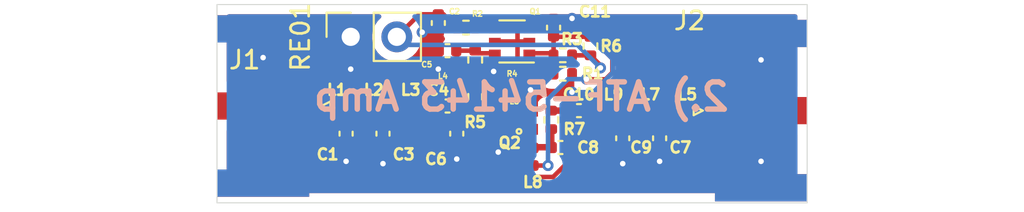
<source format=kicad_pcb>
(kicad_pcb (version 20171130) (host pcbnew "(5.1.10)-1")

  (general
    (thickness 1.6)
    (drawings 5)
    (tracks 172)
    (zones 0)
    (modules 32)
    (nets 20)
  )

  (page A4)
  (layers
    (0 F.Cu signal)
    (1 In1.Cu signal)
    (2 In2.Cu signal)
    (31 B.Cu signal)
    (32 B.Adhes user)
    (33 F.Adhes user)
    (34 B.Paste user)
    (35 F.Paste user)
    (36 B.SilkS user)
    (37 F.SilkS user)
    (38 B.Mask user)
    (39 F.Mask user)
    (40 Dwgs.User user)
    (41 Cmts.User user)
    (42 Eco1.User user)
    (43 Eco2.User user)
    (44 Edge.Cuts user)
    (45 Margin user)
    (46 B.CrtYd user)
    (47 F.CrtYd user)
    (48 B.Fab user)
    (49 F.Fab user hide)
  )

  (setup
    (last_trace_width 0.25)
    (trace_clearance 0.2)
    (zone_clearance 0.508)
    (zone_45_only no)
    (trace_min 0.2)
    (via_size 0.6096)
    (via_drill 0.3048)
    (via_min_size 0.4)
    (via_min_drill 0.3)
    (uvia_size 0.3)
    (uvia_drill 0.1)
    (uvias_allowed no)
    (uvia_min_size 0.2)
    (uvia_min_drill 0.1)
    (edge_width 0.05)
    (segment_width 0.2)
    (pcb_text_width 0.3)
    (pcb_text_size 1.5 1.5)
    (mod_edge_width 0.12)
    (mod_text_size 1 1)
    (mod_text_width 0.15)
    (pad_size 1.7 1.7)
    (pad_drill 1)
    (pad_to_mask_clearance 0)
    (aux_axis_origin 0 0)
    (visible_elements 7FFFFFFF)
    (pcbplotparams
      (layerselection 0x010fc_ffffffff)
      (usegerberextensions false)
      (usegerberattributes true)
      (usegerberadvancedattributes true)
      (creategerberjobfile true)
      (excludeedgelayer true)
      (linewidth 0.100000)
      (plotframeref false)
      (viasonmask false)
      (mode 1)
      (useauxorigin false)
      (hpglpennumber 1)
      (hpglpenspeed 20)
      (hpglpendiameter 15.000000)
      (psnegative false)
      (psa4output false)
      (plotreference true)
      (plotvalue true)
      (plotinvisibletext false)
      (padsonsilk false)
      (subtractmaskfromsilk false)
      (outputformat 1)
      (mirror false)
      (drillshape 1)
      (scaleselection 1)
      (outputdirectory ""))
  )

  (net 0 "")
  (net 1 GND)
  (net 2 3V3LNA)
  (net 3 "Net-(C5-Pad2)")
  (net 4 "Net-(C8-Pad1)")
  (net 5 "Net-(C11-Pad1)")
  (net 6 "Net-(Q1-Pad4)")
  (net 7 "Net-(Q1-Pad2)")
  (net 8 RF2)
  (net 9 RF3)
  (net 10 RF5)
  (net 11 RF10)
  (net 12 RF7)
  (net 13 RF9)
  (net 14 RF8)
  (net 15 RF1)
  (net 16 RF11)
  (net 17 RF6)
  (net 18 RF4)
  (net 19 RFWW)

  (net_class Default "This is the default net class."
    (clearance 0.2)
    (trace_width 0.25)
    (via_dia 0.6096)
    (via_drill 0.3048)
    (uvia_dia 0.3)
    (uvia_drill 0.1)
    (add_net 3V3LNA)
    (add_net GND)
    (add_net "Net-(C11-Pad1)")
    (add_net "Net-(C5-Pad2)")
    (add_net "Net-(C8-Pad1)")
    (add_net "Net-(Q1-Pad2)")
    (add_net "Net-(Q1-Pad4)")
  )

  (net_class RF ""
    (clearance 0.2)
    (trace_width 0.3556)
    (via_dia 0.6096)
    (via_drill 0.3048)
    (uvia_dia 0.3)
    (uvia_drill 0.1)
    (add_net RF1)
    (add_net RF10)
    (add_net RF11)
    (add_net RF2)
    (add_net RF3)
    (add_net RF4)
    (add_net RF5)
    (add_net RF6)
    (add_net RF7)
    (add_net RF8)
    (add_net RF9)
    (add_net RFWW)
  )

  (module Connector_PinSocket_2.54mm:PinSocket_1x02_P2.54mm_Vertical (layer F.Cu) (tedit 62A22D2E) (tstamp 62A2B010)
    (at 131.572 72.136 90)
    (descr "Through hole straight socket strip, 1x02, 2.54mm pitch, single row (from Kicad 4.0.7), script generated")
    (tags "Through hole socket strip THT 1x02 2.54mm single row")
    (fp_text reference RE01 (at 0 -2.77 90) (layer F.SilkS)
      (effects (font (size 1 1) (thickness 0.15)))
    )
    (fp_text value PinSocket_1x02_P2.54mm_Vertical (at 0 5.31 90) (layer F.Fab)
      (effects (font (size 1 1) (thickness 0.15)))
    )
    (fp_line (start -1.27 -1.27) (end 0.635 -1.27) (layer F.Fab) (width 0.1))
    (fp_line (start 0.635 -1.27) (end 1.27 -0.635) (layer F.Fab) (width 0.1))
    (fp_line (start 1.27 -0.635) (end 1.27 3.81) (layer F.Fab) (width 0.1))
    (fp_line (start 1.27 3.81) (end -1.27 3.81) (layer F.Fab) (width 0.1))
    (fp_line (start -1.27 3.81) (end -1.27 -1.27) (layer F.Fab) (width 0.1))
    (fp_line (start -1.33 1.27) (end 1.33 1.27) (layer F.SilkS) (width 0.12))
    (fp_line (start -1.33 1.27) (end -1.33 3.87) (layer F.SilkS) (width 0.12))
    (fp_line (start -1.33 3.87) (end 1.33 3.87) (layer F.SilkS) (width 0.12))
    (fp_line (start 1.33 1.27) (end 1.33 3.87) (layer F.SilkS) (width 0.12))
    (fp_line (start 1.33 -1.33) (end 1.33 0) (layer F.SilkS) (width 0.12))
    (fp_line (start 0 -1.33) (end 1.33 -1.33) (layer F.SilkS) (width 0.12))
    (fp_line (start -1.8 -1.8) (end 1.75 -1.8) (layer F.CrtYd) (width 0.05))
    (fp_line (start 1.75 -1.8) (end 1.75 4.3) (layer F.CrtYd) (width 0.05))
    (fp_line (start 1.75 4.3) (end -1.8 4.3) (layer F.CrtYd) (width 0.05))
    (fp_line (start -1.8 4.3) (end -1.8 -1.8) (layer F.CrtYd) (width 0.05))
    (fp_text user %R (at 0 1.27) (layer F.Fab)
      (effects (font (size 1 1) (thickness 0.15)))
    )
    (pad 2 thru_hole oval (at 0 2.54 90) (size 1.7 1.7) (drill 1) (layers *.Cu *.Mask)
      (net 2 3V3LNA))
    (pad 1 thru_hole rect (at 0 0 90) (size 1.7 1.7) (drill 1) (layers *.Cu *.Mask)
      (net 1 GND))
    (model ${KISYS3DMOD}/Connector_PinSocket_2.54mm.3dshapes/PinSocket_1x02_P2.54mm_Vertical.wrl
      (at (xyz 0 0 0))
      (scale (xyz 1 1 1))
      (rotate (xyz 0 0 0))
    )
  )

  (module Resistor_SMD:R_0402_1005Metric (layer F.Cu) (tedit 5F68FEEE) (tstamp 62A232E5)
    (at 142.621 76.71 270)
    (descr "Resistor SMD 0402 (1005 Metric), square (rectangular) end terminal, IPC_7351 nominal, (Body size source: IPC-SM-782 page 72, https://www.pcb-3d.com/wordpress/wp-content/uploads/ipc-sm-782a_amendment_1_and_2.pdf), generated with kicad-footprint-generator")
    (tags resistor)
    (path /62A0B7C3)
    (attr smd)
    (fp_text reference R7 (at 0.506 -1.27 180) (layer F.SilkS)
      (effects (font (size 0.6 0.6) (thickness 0.15)))
    )
    (fp_text value 5.6 (at 0 1.17 90) (layer F.Fab)
      (effects (font (size 1 1) (thickness 0.15)))
    )
    (fp_line (start -0.525 0.27) (end -0.525 -0.27) (layer F.Fab) (width 0.1))
    (fp_line (start -0.525 -0.27) (end 0.525 -0.27) (layer F.Fab) (width 0.1))
    (fp_line (start 0.525 -0.27) (end 0.525 0.27) (layer F.Fab) (width 0.1))
    (fp_line (start 0.525 0.27) (end -0.525 0.27) (layer F.Fab) (width 0.1))
    (fp_line (start -0.153641 -0.38) (end 0.153641 -0.38) (layer F.SilkS) (width 0.12))
    (fp_line (start -0.153641 0.38) (end 0.153641 0.38) (layer F.SilkS) (width 0.12))
    (fp_line (start -0.93 0.47) (end -0.93 -0.47) (layer F.CrtYd) (width 0.05))
    (fp_line (start -0.93 -0.47) (end 0.93 -0.47) (layer F.CrtYd) (width 0.05))
    (fp_line (start 0.93 -0.47) (end 0.93 0.47) (layer F.CrtYd) (width 0.05))
    (fp_line (start 0.93 0.47) (end -0.93 0.47) (layer F.CrtYd) (width 0.05))
    (fp_text user %R (at 0 0 90) (layer F.Fab)
      (effects (font (size 0.26 0.26) (thickness 0.04)))
    )
    (pad 2 smd roundrect (at 0.51 0 270) (size 0.54 0.64) (layers F.Cu F.Paste F.Mask) (roundrect_rratio 0.25)
      (net 12 RF7))
    (pad 1 smd roundrect (at -0.51 0 270) (size 0.54 0.64) (layers F.Cu F.Paste F.Mask) (roundrect_rratio 0.25)
      (net 19 RFWW))
    (model ${KISYS3DMOD}/Resistor_SMD.3dshapes/R_0402_1005Metric.wrl
      (at (xyz 0 0 0))
      (scale (xyz 1 1 1))
      (rotate (xyz 0 0 0))
    )
  )

  (module Resistor_SMD:R_0402_1005Metric (layer F.Cu) (tedit 5F68FEEE) (tstamp 62A232D4)
    (at 144.78 72.644 90)
    (descr "Resistor SMD 0402 (1005 Metric), square (rectangular) end terminal, IPC_7351 nominal, (Body size source: IPC-SM-782 page 72, https://www.pcb-3d.com/wordpress/wp-content/uploads/ipc-sm-782a_amendment_1_and_2.pdf), generated with kicad-footprint-generator")
    (tags resistor)
    (path /629E0A69)
    (attr smd)
    (fp_text reference R6 (at 0 1.143 180) (layer F.SilkS)
      (effects (font (size 0.6 0.6) (thickness 0.15)))
    )
    (fp_text value 4.75 (at 0 1.17 90) (layer F.Fab)
      (effects (font (size 1 1) (thickness 0.15)))
    )
    (fp_line (start -0.525 0.27) (end -0.525 -0.27) (layer F.Fab) (width 0.1))
    (fp_line (start -0.525 -0.27) (end 0.525 -0.27) (layer F.Fab) (width 0.1))
    (fp_line (start 0.525 -0.27) (end 0.525 0.27) (layer F.Fab) (width 0.1))
    (fp_line (start 0.525 0.27) (end -0.525 0.27) (layer F.Fab) (width 0.1))
    (fp_line (start -0.153641 -0.38) (end 0.153641 -0.38) (layer F.SilkS) (width 0.12))
    (fp_line (start -0.153641 0.38) (end 0.153641 0.38) (layer F.SilkS) (width 0.12))
    (fp_line (start -0.93 0.47) (end -0.93 -0.47) (layer F.CrtYd) (width 0.05))
    (fp_line (start -0.93 -0.47) (end 0.93 -0.47) (layer F.CrtYd) (width 0.05))
    (fp_line (start 0.93 -0.47) (end 0.93 0.47) (layer F.CrtYd) (width 0.05))
    (fp_line (start 0.93 0.47) (end -0.93 0.47) (layer F.CrtYd) (width 0.05))
    (fp_text user %R (at 0 0 90) (layer F.Fab)
      (effects (font (size 0.26 0.26) (thickness 0.04)))
    )
    (pad 2 smd roundrect (at 0.51 0 90) (size 0.54 0.64) (layers F.Cu F.Paste F.Mask) (roundrect_rratio 0.25)
      (net 5 "Net-(C11-Pad1)"))
    (pad 1 smd roundrect (at -0.51 0 90) (size 0.54 0.64) (layers F.Cu F.Paste F.Mask) (roundrect_rratio 0.25)
      (net 2 3V3LNA))
    (model ${KISYS3DMOD}/Resistor_SMD.3dshapes/R_0402_1005Metric.wrl
      (at (xyz 0 0 0))
      (scale (xyz 1 1 1))
      (rotate (xyz 0 0 0))
    )
  )

  (module Resistor_SMD:R_0402_1005Metric (layer F.Cu) (tedit 5F68FEEE) (tstamp 62A232C3)
    (at 138.43 75.438 270)
    (descr "Resistor SMD 0402 (1005 Metric), square (rectangular) end terminal, IPC_7351 nominal, (Body size source: IPC-SM-782 page 72, https://www.pcb-3d.com/wordpress/wp-content/uploads/ipc-sm-782a_amendment_1_and_2.pdf), generated with kicad-footprint-generator")
    (tags resistor)
    (path /629F7E41)
    (attr smd)
    (fp_text reference R5 (at 1.397 0 180) (layer F.SilkS)
      (effects (font (size 0.6 0.6) (thickness 0.15)))
    )
    (fp_text value 499 (at 0 1.17 90) (layer F.Fab)
      (effects (font (size 1 1) (thickness 0.15)))
    )
    (fp_line (start -0.525 0.27) (end -0.525 -0.27) (layer F.Fab) (width 0.1))
    (fp_line (start -0.525 -0.27) (end 0.525 -0.27) (layer F.Fab) (width 0.1))
    (fp_line (start 0.525 -0.27) (end 0.525 0.27) (layer F.Fab) (width 0.1))
    (fp_line (start 0.525 0.27) (end -0.525 0.27) (layer F.Fab) (width 0.1))
    (fp_line (start -0.153641 -0.38) (end 0.153641 -0.38) (layer F.SilkS) (width 0.12))
    (fp_line (start -0.153641 0.38) (end 0.153641 0.38) (layer F.SilkS) (width 0.12))
    (fp_line (start -0.93 0.47) (end -0.93 -0.47) (layer F.CrtYd) (width 0.05))
    (fp_line (start -0.93 -0.47) (end 0.93 -0.47) (layer F.CrtYd) (width 0.05))
    (fp_line (start 0.93 -0.47) (end 0.93 0.47) (layer F.CrtYd) (width 0.05))
    (fp_line (start 0.93 0.47) (end -0.93 0.47) (layer F.CrtYd) (width 0.05))
    (fp_text user %R (at 0 0 90) (layer F.Fab)
      (effects (font (size 0.26 0.26) (thickness 0.04)))
    )
    (pad 2 smd roundrect (at 0.51 0 270) (size 0.54 0.64) (layers F.Cu F.Paste F.Mask) (roundrect_rratio 0.25)
      (net 10 RF5))
    (pad 1 smd roundrect (at -0.51 0 270) (size 0.54 0.64) (layers F.Cu F.Paste F.Mask) (roundrect_rratio 0.25)
      (net 17 RF6))
    (model ${KISYS3DMOD}/Resistor_SMD.3dshapes/R_0402_1005Metric.wrl
      (at (xyz 0 0 0))
      (scale (xyz 1 1 1))
      (rotate (xyz 0 0 0))
    )
  )

  (module Resistor_SMD:R_0402_1005Metric (layer F.Cu) (tedit 5F68FEEE) (tstamp 62A232B2)
    (at 138.43 73.406 270)
    (descr "Resistor SMD 0402 (1005 Metric), square (rectangular) end terminal, IPC_7351 nominal, (Body size source: IPC-SM-782 page 72, https://www.pcb-3d.com/wordpress/wp-content/uploads/ipc-sm-782a_amendment_1_and_2.pdf), generated with kicad-footprint-generator")
    (tags resistor)
    (path /629EA6D5)
    (attr smd)
    (fp_text reference R4 (at 0.762 -2.032 180) (layer F.SilkS)
      (effects (font (size 0.3 0.3) (thickness 0.075)))
    )
    (fp_text value 619 (at 0 1.17 90) (layer F.Fab)
      (effects (font (size 1 1) (thickness 0.15)))
    )
    (fp_line (start -0.525 0.27) (end -0.525 -0.27) (layer F.Fab) (width 0.1))
    (fp_line (start -0.525 -0.27) (end 0.525 -0.27) (layer F.Fab) (width 0.1))
    (fp_line (start 0.525 -0.27) (end 0.525 0.27) (layer F.Fab) (width 0.1))
    (fp_line (start 0.525 0.27) (end -0.525 0.27) (layer F.Fab) (width 0.1))
    (fp_line (start -0.153641 -0.38) (end 0.153641 -0.38) (layer F.SilkS) (width 0.12))
    (fp_line (start -0.153641 0.38) (end 0.153641 0.38) (layer F.SilkS) (width 0.12))
    (fp_line (start -0.93 0.47) (end -0.93 -0.47) (layer F.CrtYd) (width 0.05))
    (fp_line (start -0.93 -0.47) (end 0.93 -0.47) (layer F.CrtYd) (width 0.05))
    (fp_line (start 0.93 -0.47) (end 0.93 0.47) (layer F.CrtYd) (width 0.05))
    (fp_line (start 0.93 0.47) (end -0.93 0.47) (layer F.CrtYd) (width 0.05))
    (fp_text user %R (at 0 0 90) (layer F.Fab)
      (effects (font (size 0.26 0.26) (thickness 0.04)))
    )
    (pad 2 smd roundrect (at 0.51 0 270) (size 0.54 0.64) (layers F.Cu F.Paste F.Mask) (roundrect_rratio 0.25)
      (net 1 GND))
    (pad 1 smd roundrect (at -0.51 0 270) (size 0.54 0.64) (layers F.Cu F.Paste F.Mask) (roundrect_rratio 0.25)
      (net 3 "Net-(C5-Pad2)"))
    (model ${KISYS3DMOD}/Resistor_SMD.3dshapes/R_0402_1005Metric.wrl
      (at (xyz 0 0 0))
      (scale (xyz 1 1 1))
      (rotate (xyz 0 0 0))
    )
  )

  (module Resistor_SMD:R_0402_1005Metric (layer F.Cu) (tedit 5F68FEEE) (tstamp 62A232A1)
    (at 143.256 73.152 180)
    (descr "Resistor SMD 0402 (1005 Metric), square (rectangular) end terminal, IPC_7351 nominal, (Body size source: IPC-SM-782 page 72, https://www.pcb-3d.com/wordpress/wp-content/uploads/ipc-sm-782a_amendment_1_and_2.pdf), generated with kicad-footprint-generator")
    (tags resistor)
    (path /629E15E7)
    (attr smd)
    (fp_text reference R3 (at -0.508 0.889) (layer F.SilkS)
      (effects (font (size 0.6 0.6) (thickness 0.15)))
    )
    (fp_text value 4.75 (at 0 1.17) (layer F.Fab)
      (effects (font (size 1 1) (thickness 0.15)))
    )
    (fp_line (start -0.525 0.27) (end -0.525 -0.27) (layer F.Fab) (width 0.1))
    (fp_line (start -0.525 -0.27) (end 0.525 -0.27) (layer F.Fab) (width 0.1))
    (fp_line (start 0.525 -0.27) (end 0.525 0.27) (layer F.Fab) (width 0.1))
    (fp_line (start 0.525 0.27) (end -0.525 0.27) (layer F.Fab) (width 0.1))
    (fp_line (start -0.153641 -0.38) (end 0.153641 -0.38) (layer F.SilkS) (width 0.12))
    (fp_line (start -0.153641 0.38) (end 0.153641 0.38) (layer F.SilkS) (width 0.12))
    (fp_line (start -0.93 0.47) (end -0.93 -0.47) (layer F.CrtYd) (width 0.05))
    (fp_line (start -0.93 -0.47) (end 0.93 -0.47) (layer F.CrtYd) (width 0.05))
    (fp_line (start 0.93 -0.47) (end 0.93 0.47) (layer F.CrtYd) (width 0.05))
    (fp_line (start 0.93 0.47) (end -0.93 0.47) (layer F.CrtYd) (width 0.05))
    (fp_text user %R (at 0 0) (layer F.Fab)
      (effects (font (size 0.26 0.26) (thickness 0.04)))
    )
    (pad 2 smd roundrect (at 0.51 0 180) (size 0.54 0.64) (layers F.Cu F.Paste F.Mask) (roundrect_rratio 0.25)
      (net 5 "Net-(C11-Pad1)"))
    (pad 1 smd roundrect (at -0.51 0 180) (size 0.54 0.64) (layers F.Cu F.Paste F.Mask) (roundrect_rratio 0.25)
      (net 2 3V3LNA))
    (model ${KISYS3DMOD}/Resistor_SMD.3dshapes/R_0402_1005Metric.wrl
      (at (xyz 0 0 0))
      (scale (xyz 1 1 1))
      (rotate (xyz 0 0 0))
    )
  )

  (module Resistor_SMD:R_0402_1005Metric (layer F.Cu) (tedit 5F68FEEE) (tstamp 62A23290)
    (at 137.922 71.628)
    (descr "Resistor SMD 0402 (1005 Metric), square (rectangular) end terminal, IPC_7351 nominal, (Body size source: IPC-SM-782 page 72, https://www.pcb-3d.com/wordpress/wp-content/uploads/ipc-sm-782a_amendment_1_and_2.pdf), generated with kicad-footprint-generator")
    (tags resistor)
    (path /629E048E)
    (attr smd)
    (fp_text reference R2 (at 0.635 -0.762) (layer F.SilkS)
      (effects (font (size 0.3 0.3) (thickness 0.075)))
    )
    (fp_text value 49.9 (at 0 1.17) (layer F.Fab)
      (effects (font (size 1 1) (thickness 0.15)))
    )
    (fp_line (start -0.525 0.27) (end -0.525 -0.27) (layer F.Fab) (width 0.1))
    (fp_line (start -0.525 -0.27) (end 0.525 -0.27) (layer F.Fab) (width 0.1))
    (fp_line (start 0.525 -0.27) (end 0.525 0.27) (layer F.Fab) (width 0.1))
    (fp_line (start 0.525 0.27) (end -0.525 0.27) (layer F.Fab) (width 0.1))
    (fp_line (start -0.153641 -0.38) (end 0.153641 -0.38) (layer F.SilkS) (width 0.12))
    (fp_line (start -0.153641 0.38) (end 0.153641 0.38) (layer F.SilkS) (width 0.12))
    (fp_line (start -0.93 0.47) (end -0.93 -0.47) (layer F.CrtYd) (width 0.05))
    (fp_line (start -0.93 -0.47) (end 0.93 -0.47) (layer F.CrtYd) (width 0.05))
    (fp_line (start 0.93 -0.47) (end 0.93 0.47) (layer F.CrtYd) (width 0.05))
    (fp_line (start 0.93 0.47) (end -0.93 0.47) (layer F.CrtYd) (width 0.05))
    (fp_text user %R (at 0 0) (layer F.Fab)
      (effects (font (size 0.26 0.26) (thickness 0.04)))
    )
    (pad 2 smd roundrect (at 0.51 0) (size 0.54 0.64) (layers F.Cu F.Paste F.Mask) (roundrect_rratio 0.25)
      (net 6 "Net-(Q1-Pad4)"))
    (pad 1 smd roundrect (at -0.51 0) (size 0.54 0.64) (layers F.Cu F.Paste F.Mask) (roundrect_rratio 0.25)
      (net 2 3V3LNA))
    (model ${KISYS3DMOD}/Resistor_SMD.3dshapes/R_0402_1005Metric.wrl
      (at (xyz 0 0 0))
      (scale (xyz 1 1 1))
      (rotate (xyz 0 0 0))
    )
  )

  (module Resistor_SMD:R_0402_1005Metric (layer F.Cu) (tedit 5F68FEEE) (tstamp 62A2327F)
    (at 143.256 74.168)
    (descr "Resistor SMD 0402 (1005 Metric), square (rectangular) end terminal, IPC_7351 nominal, (Body size source: IPC-SM-782 page 72, https://www.pcb-3d.com/wordpress/wp-content/uploads/ipc-sm-782a_amendment_1_and_2.pdf), generated with kicad-footprint-generator")
    (tags resistor)
    (path /629ED7AC)
    (attr smd)
    (fp_text reference R1 (at 1.651 0) (layer F.SilkS)
      (effects (font (size 0.6 0.6) (thickness 0.15)))
    )
    (fp_text value 2.21K (at 0 1.17) (layer F.Fab)
      (effects (font (size 1 1) (thickness 0.15)))
    )
    (fp_line (start -0.525 0.27) (end -0.525 -0.27) (layer F.Fab) (width 0.1))
    (fp_line (start -0.525 -0.27) (end 0.525 -0.27) (layer F.Fab) (width 0.1))
    (fp_line (start 0.525 -0.27) (end 0.525 0.27) (layer F.Fab) (width 0.1))
    (fp_line (start 0.525 0.27) (end -0.525 0.27) (layer F.Fab) (width 0.1))
    (fp_line (start -0.153641 -0.38) (end 0.153641 -0.38) (layer F.SilkS) (width 0.12))
    (fp_line (start -0.153641 0.38) (end 0.153641 0.38) (layer F.SilkS) (width 0.12))
    (fp_line (start -0.93 0.47) (end -0.93 -0.47) (layer F.CrtYd) (width 0.05))
    (fp_line (start -0.93 -0.47) (end 0.93 -0.47) (layer F.CrtYd) (width 0.05))
    (fp_line (start 0.93 -0.47) (end 0.93 0.47) (layer F.CrtYd) (width 0.05))
    (fp_line (start 0.93 0.47) (end -0.93 0.47) (layer F.CrtYd) (width 0.05))
    (fp_text user %R (at 0 0) (layer F.Fab)
      (effects (font (size 0.26 0.26) (thickness 0.04)))
    )
    (pad 2 smd roundrect (at 0.51 0) (size 0.54 0.64) (layers F.Cu F.Paste F.Mask) (roundrect_rratio 0.25)
      (net 1 GND))
    (pad 1 smd roundrect (at -0.51 0) (size 0.54 0.64) (layers F.Cu F.Paste F.Mask) (roundrect_rratio 0.25)
      (net 7 "Net-(Q1-Pad2)"))
    (model ${KISYS3DMOD}/Resistor_SMD.3dshapes/R_0402_1005Metric.wrl
      (at (xyz 0 0 0))
      (scale (xyz 1 1 1))
      (rotate (xyz 0 0 0))
    )
  )

  (module "EPIC PARTS:PSA4-5043+" (layer F.Cu) (tedit 62878DA3) (tstamp 62A2326E)
    (at 140.589 76.581 90)
    (path /629FC765)
    (fp_text reference Q2 (at -1.397 -0.254 180) (layer F.SilkS)
      (effects (font (size 0.6 0.6) (thickness 0.15)))
    )
    (fp_text value 4_Pin_FET (at 0 0 90) (layer F.Fab)
      (effects (font (size 0.787402 0.787402) (thickness 0.15)))
    )
    (fp_line (start -1 -0.55) (end 1 -0.55) (layer F.Fab) (width 0.2032))
    (fp_line (start 1 0.55) (end -1 0.55) (layer F.Fab) (width 0.2032))
    (fp_poly (pts (xy 0.150171 0.6) (xy 0.85 0.6) (xy 0.85 1.10126) (xy 0.150171 1.10126)) (layer F.Fab) (width 0.01))
    (fp_poly (pts (xy -0.851089 0.6) (xy -0.45 0.6) (xy -0.45 1.10141) (xy -0.851089 1.10141)) (layer F.Fab) (width 0.01))
    (fp_poly (pts (xy -0.851105 -1.1) (xy -0.45 -1.1) (xy -0.45 -0.60078) (xy -0.851105 -0.60078)) (layer F.Fab) (width 0.01))
    (fp_poly (pts (xy 0.450588 -1.1) (xy 0.85 -1.1) (xy 0.85 -0.600784) (xy 0.450588 -0.600784)) (layer F.Fab) (width 0.01))
    (fp_circle (center -0.762 0.254) (end -0.635 0.254) (layer F.SilkS) (width 0.127))
    (pad 3 smd rect (at 0.65 -0.9 90) (size 0.6 0.8) (layers F.Cu F.Paste F.Mask)
      (net 10 RF5))
    (pad 4 smd rect (at -0.65 -0.9 90) (size 0.6 0.8) (layers F.Cu F.Paste F.Mask)
      (net 1 GND))
    (pad 1 smd rect (at -0.65 0.9 90) (size 0.6 0.8) (layers F.Cu F.Paste F.Mask)
      (net 12 RF7))
    (pad 2 smd rect (at 0.5 0.9 90) (size 0.9 0.8) (layers F.Cu F.Paste F.Mask)
      (net 1 GND))
  )

  (module Package_TO_SOT_SMD:SOT-363_SC-70-6 (layer F.Cu) (tedit 5A02FF57) (tstamp 62A2325F)
    (at 140.462 72.39 180)
    (descr "SOT-363, SC-70-6")
    (tags "SOT-363 SC-70-6")
    (path /629E6D44)
    (attr smd)
    (fp_text reference Q1 (at -1.27 1.651) (layer F.SilkS)
      (effects (font (size 0.3 0.3) (thickness 0.075)))
    )
    (fp_text value EMT1 (at 0 2 180) (layer F.Fab)
      (effects (font (size 1 1) (thickness 0.15)))
    )
    (fp_line (start 0.7 -1.16) (end -1.2 -1.16) (layer F.SilkS) (width 0.12))
    (fp_line (start -0.7 1.16) (end 0.7 1.16) (layer F.SilkS) (width 0.12))
    (fp_line (start 1.6 1.4) (end 1.6 -1.4) (layer F.CrtYd) (width 0.05))
    (fp_line (start -1.6 -1.4) (end -1.6 1.4) (layer F.CrtYd) (width 0.05))
    (fp_line (start -1.6 -1.4) (end 1.6 -1.4) (layer F.CrtYd) (width 0.05))
    (fp_line (start 0.675 -1.1) (end -0.175 -1.1) (layer F.Fab) (width 0.1))
    (fp_line (start -0.675 -0.6) (end -0.675 1.1) (layer F.Fab) (width 0.1))
    (fp_line (start -1.6 1.4) (end 1.6 1.4) (layer F.CrtYd) (width 0.05))
    (fp_line (start 0.675 -1.1) (end 0.675 1.1) (layer F.Fab) (width 0.1))
    (fp_line (start 0.675 1.1) (end -0.675 1.1) (layer F.Fab) (width 0.1))
    (fp_line (start -0.175 -1.1) (end -0.675 -0.6) (layer F.Fab) (width 0.1))
    (fp_text user %R (at 0 0 90) (layer F.Fab)
      (effects (font (size 0.5 0.5) (thickness 0.075)))
    )
    (pad 6 smd rect (at 0.95 -0.65 180) (size 0.65 0.4) (layers F.Cu F.Paste F.Mask)
      (net 3 "Net-(C5-Pad2)"))
    (pad 4 smd rect (at 0.95 0.65 180) (size 0.65 0.4) (layers F.Cu F.Paste F.Mask)
      (net 6 "Net-(Q1-Pad4)"))
    (pad 2 smd rect (at -0.95 0 180) (size 0.65 0.4) (layers F.Cu F.Paste F.Mask)
      (net 7 "Net-(Q1-Pad2)"))
    (pad 5 smd rect (at 0.95 0 180) (size 0.65 0.4) (layers F.Cu F.Paste F.Mask)
      (net 7 "Net-(Q1-Pad2)"))
    (pad 3 smd rect (at -0.95 0.65 180) (size 0.65 0.4) (layers F.Cu F.Paste F.Mask)
      (net 7 "Net-(Q1-Pad2)"))
    (pad 1 smd rect (at -0.95 -0.65 180) (size 0.65 0.4) (layers F.Cu F.Paste F.Mask)
      (net 5 "Net-(C11-Pad1)"))
    (model ${KISYS3DMOD}/Package_TO_SOT_SMD.3dshapes/SOT-363_SC-70-6.wrl
      (at (xyz 0 0 0))
      (scale (xyz 1 1 1))
      (rotate (xyz 0 0 0))
    )
  )

  (module Inductor_SMD:L_0402_1005Metric (layer F.Cu) (tedit 5F68FEF0) (tstamp 62A23249)
    (at 146.05 76.2)
    (descr "Inductor SMD 0402 (1005 Metric), square (rectangular) end terminal, IPC_7351 nominal, (Body size source: http://www.tortai-tech.com/upload/download/2011102023233369053.pdf), generated with kicad-footprint-generator")
    (tags inductor)
    (path /62A56E72)
    (attr smd)
    (fp_text reference L9 (at 0 -0.889) (layer F.SilkS)
      (effects (font (size 0.6 0.6) (thickness 0.15)))
    )
    (fp_text value 560nH (at 0 1.17) (layer F.Fab)
      (effects (font (size 1 1) (thickness 0.15)))
    )
    (fp_line (start -0.5 0.25) (end -0.5 -0.25) (layer F.Fab) (width 0.1))
    (fp_line (start -0.5 -0.25) (end 0.5 -0.25) (layer F.Fab) (width 0.1))
    (fp_line (start 0.5 -0.25) (end 0.5 0.25) (layer F.Fab) (width 0.1))
    (fp_line (start 0.5 0.25) (end -0.5 0.25) (layer F.Fab) (width 0.1))
    (fp_line (start -0.93 0.47) (end -0.93 -0.47) (layer F.CrtYd) (width 0.05))
    (fp_line (start -0.93 -0.47) (end 0.93 -0.47) (layer F.CrtYd) (width 0.05))
    (fp_line (start 0.93 -0.47) (end 0.93 0.47) (layer F.CrtYd) (width 0.05))
    (fp_line (start 0.93 0.47) (end -0.93 0.47) (layer F.CrtYd) (width 0.05))
    (fp_text user %R (at 0 0) (layer F.Fab)
      (effects (font (size 0.25 0.25) (thickness 0.04)))
    )
    (pad 2 smd roundrect (at 0.485 0) (size 0.59 0.64) (layers F.Cu F.Paste F.Mask) (roundrect_rratio 0.25)
      (net 13 RF9))
    (pad 1 smd roundrect (at -0.485 0) (size 0.59 0.64) (layers F.Cu F.Paste F.Mask) (roundrect_rratio 0.25)
      (net 14 RF8))
    (model ${KISYS3DMOD}/Inductor_SMD.3dshapes/L_0402_1005Metric.wrl
      (at (xyz 0 0 0))
      (scale (xyz 1 1 1))
      (rotate (xyz 0 0 0))
    )
  )

  (module Inductor_SMD:L_0402_1005Metric (layer F.Cu) (tedit 5F68FEF0) (tstamp 62A2323A)
    (at 141.605 78.74 90)
    (descr "Inductor SMD 0402 (1005 Metric), square (rectangular) end terminal, IPC_7351 nominal, (Body size source: http://www.tortai-tech.com/upload/download/2011102023233369053.pdf), generated with kicad-footprint-generator")
    (tags inductor)
    (path /62A09852)
    (attr smd)
    (fp_text reference L8 (at -1.397 0 180) (layer F.SilkS)
      (effects (font (size 0.6 0.6) (thickness 0.15)))
    )
    (fp_text value 560nH (at 0 1.17 90) (layer F.Fab)
      (effects (font (size 1 1) (thickness 0.15)))
    )
    (fp_line (start -0.5 0.25) (end -0.5 -0.25) (layer F.Fab) (width 0.1))
    (fp_line (start -0.5 -0.25) (end 0.5 -0.25) (layer F.Fab) (width 0.1))
    (fp_line (start 0.5 -0.25) (end 0.5 0.25) (layer F.Fab) (width 0.1))
    (fp_line (start 0.5 0.25) (end -0.5 0.25) (layer F.Fab) (width 0.1))
    (fp_line (start -0.93 0.47) (end -0.93 -0.47) (layer F.CrtYd) (width 0.05))
    (fp_line (start -0.93 -0.47) (end 0.93 -0.47) (layer F.CrtYd) (width 0.05))
    (fp_line (start 0.93 -0.47) (end 0.93 0.47) (layer F.CrtYd) (width 0.05))
    (fp_line (start 0.93 0.47) (end -0.93 0.47) (layer F.CrtYd) (width 0.05))
    (fp_text user %R (at 0 0 90) (layer F.Fab)
      (effects (font (size 0.25 0.25) (thickness 0.04)))
    )
    (pad 2 smd roundrect (at 0.485 0 90) (size 0.59 0.64) (layers F.Cu F.Paste F.Mask) (roundrect_rratio 0.25)
      (net 12 RF7))
    (pad 1 smd roundrect (at -0.485 0 90) (size 0.59 0.64) (layers F.Cu F.Paste F.Mask) (roundrect_rratio 0.25)
      (net 5 "Net-(C11-Pad1)"))
    (model ${KISYS3DMOD}/Inductor_SMD.3dshapes/L_0402_1005Metric.wrl
      (at (xyz 0 0 0))
      (scale (xyz 1 1 1))
      (rotate (xyz 0 0 0))
    )
  )

  (module Inductor_SMD:L_0402_1005Metric (layer F.Cu) (tedit 5F68FEF0) (tstamp 62A2322B)
    (at 148.082 76.2)
    (descr "Inductor SMD 0402 (1005 Metric), square (rectangular) end terminal, IPC_7351 nominal, (Body size source: http://www.tortai-tech.com/upload/download/2011102023233369053.pdf), generated with kicad-footprint-generator")
    (tags inductor)
    (path /62A56E6C)
    (attr smd)
    (fp_text reference L7 (at 0 -0.889) (layer F.SilkS)
      (effects (font (size 0.6 0.6) (thickness 0.15)))
    )
    (fp_text value 560nH (at 0 1.17) (layer F.Fab)
      (effects (font (size 1 1) (thickness 0.15)))
    )
    (fp_line (start -0.5 0.25) (end -0.5 -0.25) (layer F.Fab) (width 0.1))
    (fp_line (start -0.5 -0.25) (end 0.5 -0.25) (layer F.Fab) (width 0.1))
    (fp_line (start 0.5 -0.25) (end 0.5 0.25) (layer F.Fab) (width 0.1))
    (fp_line (start 0.5 0.25) (end -0.5 0.25) (layer F.Fab) (width 0.1))
    (fp_line (start -0.93 0.47) (end -0.93 -0.47) (layer F.CrtYd) (width 0.05))
    (fp_line (start -0.93 -0.47) (end 0.93 -0.47) (layer F.CrtYd) (width 0.05))
    (fp_line (start 0.93 -0.47) (end 0.93 0.47) (layer F.CrtYd) (width 0.05))
    (fp_line (start 0.93 0.47) (end -0.93 0.47) (layer F.CrtYd) (width 0.05))
    (fp_text user %R (at 0 0) (layer F.Fab)
      (effects (font (size 0.25 0.25) (thickness 0.04)))
    )
    (pad 2 smd roundrect (at 0.485 0) (size 0.59 0.64) (layers F.Cu F.Paste F.Mask) (roundrect_rratio 0.25)
      (net 11 RF10))
    (pad 1 smd roundrect (at -0.485 0) (size 0.59 0.64) (layers F.Cu F.Paste F.Mask) (roundrect_rratio 0.25)
      (net 13 RF9))
    (model ${KISYS3DMOD}/Inductor_SMD.3dshapes/L_0402_1005Metric.wrl
      (at (xyz 0 0 0))
      (scale (xyz 1 1 1))
      (rotate (xyz 0 0 0))
    )
  )

  (module Inductor_SMD:L_0402_1005Metric (layer F.Cu) (tedit 5F68FEF0) (tstamp 62A2321C)
    (at 139.954 74.93)
    (descr "Inductor SMD 0402 (1005 Metric), square (rectangular) end terminal, IPC_7351 nominal, (Body size source: http://www.tortai-tech.com/upload/download/2011102023233369053.pdf), generated with kicad-footprint-generator")
    (tags inductor)
    (path /629F8D84)
    (attr smd)
    (fp_text reference L6 (at 0.635 0.762) (layer F.SilkS)
      (effects (font (size 0.3 0.3) (thickness 0.075)))
    )
    (fp_text value 40nH (at 0 1.17) (layer F.Fab)
      (effects (font (size 1 1) (thickness 0.15)))
    )
    (fp_line (start -0.5 0.25) (end -0.5 -0.25) (layer F.Fab) (width 0.1))
    (fp_line (start -0.5 -0.25) (end 0.5 -0.25) (layer F.Fab) (width 0.1))
    (fp_line (start 0.5 -0.25) (end 0.5 0.25) (layer F.Fab) (width 0.1))
    (fp_line (start 0.5 0.25) (end -0.5 0.25) (layer F.Fab) (width 0.1))
    (fp_line (start -0.93 0.47) (end -0.93 -0.47) (layer F.CrtYd) (width 0.05))
    (fp_line (start -0.93 -0.47) (end 0.93 -0.47) (layer F.CrtYd) (width 0.05))
    (fp_line (start 0.93 -0.47) (end 0.93 0.47) (layer F.CrtYd) (width 0.05))
    (fp_line (start 0.93 0.47) (end -0.93 0.47) (layer F.CrtYd) (width 0.05))
    (fp_text user %R (at 0 0) (layer F.Fab)
      (effects (font (size 0.25 0.25) (thickness 0.04)))
    )
    (pad 2 smd roundrect (at 0.485 0) (size 0.59 0.64) (layers F.Cu F.Paste F.Mask) (roundrect_rratio 0.25)
      (net 4 "Net-(C8-Pad1)"))
    (pad 1 smd roundrect (at -0.485 0) (size 0.59 0.64) (layers F.Cu F.Paste F.Mask) (roundrect_rratio 0.25)
      (net 17 RF6))
    (model ${KISYS3DMOD}/Inductor_SMD.3dshapes/L_0402_1005Metric.wrl
      (at (xyz 0 0 0))
      (scale (xyz 1 1 1))
      (rotate (xyz 0 0 0))
    )
  )

  (module Inductor_SMD:L_0402_1005Metric (layer F.Cu) (tedit 5F68FEF0) (tstamp 62A2320D)
    (at 150.114 76.2)
    (descr "Inductor SMD 0402 (1005 Metric), square (rectangular) end terminal, IPC_7351 nominal, (Body size source: http://www.tortai-tech.com/upload/download/2011102023233369053.pdf), generated with kicad-footprint-generator")
    (tags inductor)
    (path /62A56E5A)
    (attr smd)
    (fp_text reference L5 (at 0 -0.889) (layer F.SilkS)
      (effects (font (size 0.6 0.6) (thickness 0.15)))
    )
    (fp_text value 560nH (at 0 1.17) (layer F.Fab)
      (effects (font (size 1 1) (thickness 0.15)))
    )
    (fp_line (start -0.5 0.25) (end -0.5 -0.25) (layer F.Fab) (width 0.1))
    (fp_line (start -0.5 -0.25) (end 0.5 -0.25) (layer F.Fab) (width 0.1))
    (fp_line (start 0.5 -0.25) (end 0.5 0.25) (layer F.Fab) (width 0.1))
    (fp_line (start 0.5 0.25) (end -0.5 0.25) (layer F.Fab) (width 0.1))
    (fp_line (start -0.93 0.47) (end -0.93 -0.47) (layer F.CrtYd) (width 0.05))
    (fp_line (start -0.93 -0.47) (end 0.93 -0.47) (layer F.CrtYd) (width 0.05))
    (fp_line (start 0.93 -0.47) (end 0.93 0.47) (layer F.CrtYd) (width 0.05))
    (fp_line (start 0.93 0.47) (end -0.93 0.47) (layer F.CrtYd) (width 0.05))
    (fp_text user %R (at 0 0) (layer F.Fab)
      (effects (font (size 0.25 0.25) (thickness 0.04)))
    )
    (pad 2 smd roundrect (at 0.485 0) (size 0.59 0.64) (layers F.Cu F.Paste F.Mask) (roundrect_rratio 0.25)
      (net 16 RF11))
    (pad 1 smd roundrect (at -0.485 0) (size 0.59 0.64) (layers F.Cu F.Paste F.Mask) (roundrect_rratio 0.25)
      (net 11 RF10))
    (model ${KISYS3DMOD}/Inductor_SMD.3dshapes/L_0402_1005Metric.wrl
      (at (xyz 0 0 0))
      (scale (xyz 1 1 1))
      (rotate (xyz 0 0 0))
    )
  )

  (module Inductor_SMD:L_0402_1005Metric (layer F.Cu) (tedit 5F68FEF0) (tstamp 62A231FE)
    (at 137.414 74.422 270)
    (descr "Inductor SMD 0402 (1005 Metric), square (rectangular) end terminal, IPC_7351 nominal, (Body size source: http://www.tortai-tech.com/upload/download/2011102023233369053.pdf), generated with kicad-footprint-generator")
    (tags inductor)
    (path /629EEC73)
    (attr smd)
    (fp_text reference L4 (at -0.127 0.762 180) (layer F.SilkS)
      (effects (font (size 0.3 0.3) (thickness 0.075)))
    )
    (fp_text value 560nH (at 0 1.17 90) (layer F.Fab)
      (effects (font (size 1 1) (thickness 0.15)))
    )
    (fp_line (start -0.5 0.25) (end -0.5 -0.25) (layer F.Fab) (width 0.1))
    (fp_line (start -0.5 -0.25) (end 0.5 -0.25) (layer F.Fab) (width 0.1))
    (fp_line (start 0.5 -0.25) (end 0.5 0.25) (layer F.Fab) (width 0.1))
    (fp_line (start 0.5 0.25) (end -0.5 0.25) (layer F.Fab) (width 0.1))
    (fp_line (start -0.93 0.47) (end -0.93 -0.47) (layer F.CrtYd) (width 0.05))
    (fp_line (start -0.93 -0.47) (end 0.93 -0.47) (layer F.CrtYd) (width 0.05))
    (fp_line (start 0.93 -0.47) (end 0.93 0.47) (layer F.CrtYd) (width 0.05))
    (fp_line (start 0.93 0.47) (end -0.93 0.47) (layer F.CrtYd) (width 0.05))
    (fp_text user %R (at 0 0 90) (layer F.Fab)
      (effects (font (size 0.25 0.25) (thickness 0.04)))
    )
    (pad 2 smd roundrect (at 0.485 0 270) (size 0.59 0.64) (layers F.Cu F.Paste F.Mask) (roundrect_rratio 0.25)
      (net 10 RF5))
    (pad 1 smd roundrect (at -0.485 0 270) (size 0.59 0.64) (layers F.Cu F.Paste F.Mask) (roundrect_rratio 0.25)
      (net 3 "Net-(C5-Pad2)"))
    (model ${KISYS3DMOD}/Inductor_SMD.3dshapes/L_0402_1005Metric.wrl
      (at (xyz 0 0 0))
      (scale (xyz 1 1 1))
      (rotate (xyz 0 0 0))
    )
  )

  (module Inductor_SMD:L_0402_1005Metric (layer F.Cu) (tedit 5F68FEF0) (tstamp 62A231EF)
    (at 134.874 75.946)
    (descr "Inductor SMD 0402 (1005 Metric), square (rectangular) end terminal, IPC_7351 nominal, (Body size source: http://www.tortai-tech.com/upload/download/2011102023233369053.pdf), generated with kicad-footprint-generator")
    (tags inductor)
    (path /62A23824)
    (attr smd)
    (fp_text reference L3 (at 0 -0.889) (layer F.SilkS)
      (effects (font (size 0.6 0.6) (thickness 0.15)))
    )
    (fp_text value 560nH (at 0 1.17) (layer F.Fab)
      (effects (font (size 1 1) (thickness 0.15)))
    )
    (fp_line (start -0.5 0.25) (end -0.5 -0.25) (layer F.Fab) (width 0.1))
    (fp_line (start -0.5 -0.25) (end 0.5 -0.25) (layer F.Fab) (width 0.1))
    (fp_line (start 0.5 -0.25) (end 0.5 0.25) (layer F.Fab) (width 0.1))
    (fp_line (start 0.5 0.25) (end -0.5 0.25) (layer F.Fab) (width 0.1))
    (fp_line (start -0.93 0.47) (end -0.93 -0.47) (layer F.CrtYd) (width 0.05))
    (fp_line (start -0.93 -0.47) (end 0.93 -0.47) (layer F.CrtYd) (width 0.05))
    (fp_line (start 0.93 -0.47) (end 0.93 0.47) (layer F.CrtYd) (width 0.05))
    (fp_line (start 0.93 0.47) (end -0.93 0.47) (layer F.CrtYd) (width 0.05))
    (fp_text user %R (at 0 0) (layer F.Fab)
      (effects (font (size 0.25 0.25) (thickness 0.04)))
    )
    (pad 2 smd roundrect (at 0.485 0) (size 0.59 0.64) (layers F.Cu F.Paste F.Mask) (roundrect_rratio 0.25)
      (net 18 RF4))
    (pad 1 smd roundrect (at -0.485 0) (size 0.59 0.64) (layers F.Cu F.Paste F.Mask) (roundrect_rratio 0.25)
      (net 9 RF3))
    (model ${KISYS3DMOD}/Inductor_SMD.3dshapes/L_0402_1005Metric.wrl
      (at (xyz 0 0 0))
      (scale (xyz 1 1 1))
      (rotate (xyz 0 0 0))
    )
  )

  (module Inductor_SMD:L_0402_1005Metric (layer F.Cu) (tedit 5F68FEF0) (tstamp 62A231E0)
    (at 132.842 75.946)
    (descr "Inductor SMD 0402 (1005 Metric), square (rectangular) end terminal, IPC_7351 nominal, (Body size source: http://www.tortai-tech.com/upload/download/2011102023233369053.pdf), generated with kicad-footprint-generator")
    (tags inductor)
    (path /62A25A13)
    (attr smd)
    (fp_text reference L2 (at 0 -0.889) (layer F.SilkS)
      (effects (font (size 0.6 0.6) (thickness 0.15)))
    )
    (fp_text value 560nH (at 0 1.17) (layer F.Fab)
      (effects (font (size 1 1) (thickness 0.15)))
    )
    (fp_line (start -0.5 0.25) (end -0.5 -0.25) (layer F.Fab) (width 0.1))
    (fp_line (start -0.5 -0.25) (end 0.5 -0.25) (layer F.Fab) (width 0.1))
    (fp_line (start 0.5 -0.25) (end 0.5 0.25) (layer F.Fab) (width 0.1))
    (fp_line (start 0.5 0.25) (end -0.5 0.25) (layer F.Fab) (width 0.1))
    (fp_line (start -0.93 0.47) (end -0.93 -0.47) (layer F.CrtYd) (width 0.05))
    (fp_line (start -0.93 -0.47) (end 0.93 -0.47) (layer F.CrtYd) (width 0.05))
    (fp_line (start 0.93 -0.47) (end 0.93 0.47) (layer F.CrtYd) (width 0.05))
    (fp_line (start 0.93 0.47) (end -0.93 0.47) (layer F.CrtYd) (width 0.05))
    (fp_text user %R (at 0 0) (layer F.Fab)
      (effects (font (size 0.25 0.25) (thickness 0.04)))
    )
    (pad 2 smd roundrect (at 0.485 0) (size 0.59 0.64) (layers F.Cu F.Paste F.Mask) (roundrect_rratio 0.25)
      (net 9 RF3))
    (pad 1 smd roundrect (at -0.485 0) (size 0.59 0.64) (layers F.Cu F.Paste F.Mask) (roundrect_rratio 0.25)
      (net 8 RF2))
    (model ${KISYS3DMOD}/Inductor_SMD.3dshapes/L_0402_1005Metric.wrl
      (at (xyz 0 0 0))
      (scale (xyz 1 1 1))
      (rotate (xyz 0 0 0))
    )
  )

  (module Inductor_SMD:L_0402_1005Metric (layer F.Cu) (tedit 5F68FEF0) (tstamp 62A2361B)
    (at 130.81 75.946)
    (descr "Inductor SMD 0402 (1005 Metric), square (rectangular) end terminal, IPC_7351 nominal, (Body size source: http://www.tortai-tech.com/upload/download/2011102023233369053.pdf), generated with kicad-footprint-generator")
    (tags inductor)
    (path /62A2BF16)
    (attr smd)
    (fp_text reference L1 (at 0 -0.889) (layer F.SilkS)
      (effects (font (size 0.6 0.6) (thickness 0.15)))
    )
    (fp_text value 560nH (at 0 1.17) (layer F.Fab)
      (effects (font (size 1 1) (thickness 0.15)))
    )
    (fp_line (start -0.5 0.25) (end -0.5 -0.25) (layer F.Fab) (width 0.1))
    (fp_line (start -0.5 -0.25) (end 0.5 -0.25) (layer F.Fab) (width 0.1))
    (fp_line (start 0.5 -0.25) (end 0.5 0.25) (layer F.Fab) (width 0.1))
    (fp_line (start 0.5 0.25) (end -0.5 0.25) (layer F.Fab) (width 0.1))
    (fp_line (start -0.93 0.47) (end -0.93 -0.47) (layer F.CrtYd) (width 0.05))
    (fp_line (start -0.93 -0.47) (end 0.93 -0.47) (layer F.CrtYd) (width 0.05))
    (fp_line (start 0.93 -0.47) (end 0.93 0.47) (layer F.CrtYd) (width 0.05))
    (fp_line (start 0.93 0.47) (end -0.93 0.47) (layer F.CrtYd) (width 0.05))
    (fp_text user %R (at 0 0) (layer F.Fab)
      (effects (font (size 0.25 0.25) (thickness 0.04)))
    )
    (pad 2 smd roundrect (at 0.485 0) (size 0.59 0.64) (layers F.Cu F.Paste F.Mask) (roundrect_rratio 0.25)
      (net 8 RF2))
    (pad 1 smd roundrect (at -0.485 0) (size 0.59 0.64) (layers F.Cu F.Paste F.Mask) (roundrect_rratio 0.25)
      (net 15 RF1))
    (model ${KISYS3DMOD}/Inductor_SMD.3dshapes/L_0402_1005Metric.wrl
      (at (xyz 0 0 0))
      (scale (xyz 1 1 1))
      (rotate (xyz 0 0 0))
    )
  )

  (module Connector_Coaxial:SMA_Amphenol_132289_EdgeMount (layer F.Cu) (tedit 5A1C1810) (tstamp 62A231C2)
    (at 154.178 76.2)
    (descr http://www.amphenolrf.com/132289.html)
    (tags SMA)
    (path /62A0CA0E)
    (attr smd)
    (fp_text reference J2 (at -3.937 -4.953 180) (layer F.SilkS)
      (effects (font (size 1 1) (thickness 0.15)))
    )
    (fp_text value Conn_01x05_Male (at 5 6) (layer F.Fab)
      (effects (font (size 1 1) (thickness 0.15)))
    )
    (fp_line (start -3.71 0.25) (end -3.21 0) (layer F.SilkS) (width 0.12))
    (fp_line (start -3.71 -0.25) (end -3.71 0.25) (layer F.SilkS) (width 0.12))
    (fp_line (start -3.21 0) (end -3.71 -0.25) (layer F.SilkS) (width 0.12))
    (fp_line (start 3.54 0) (end 2.54 0.75) (layer F.Fab) (width 0.1))
    (fp_line (start 2.54 -0.75) (end 3.54 0) (layer F.Fab) (width 0.1))
    (fp_line (start 14.47 -5.58) (end -3.04 -5.58) (layer F.CrtYd) (width 0.05))
    (fp_line (start 14.47 -5.58) (end 14.47 5.58) (layer F.CrtYd) (width 0.05))
    (fp_line (start 14.47 5.58) (end -3.04 5.58) (layer F.CrtYd) (width 0.05))
    (fp_line (start -3.04 5.58) (end -3.04 -5.58) (layer F.CrtYd) (width 0.05))
    (fp_line (start 14.47 -5.58) (end -3.04 -5.58) (layer B.CrtYd) (width 0.05))
    (fp_line (start 14.47 -5.58) (end 14.47 5.58) (layer B.CrtYd) (width 0.05))
    (fp_line (start 14.47 5.58) (end -3.04 5.58) (layer B.CrtYd) (width 0.05))
    (fp_line (start -3.04 5.58) (end -3.04 -5.58) (layer B.CrtYd) (width 0.05))
    (fp_line (start 4.445 -3.81) (end 13.97 -3.81) (layer F.Fab) (width 0.1))
    (fp_line (start 13.97 -3.81) (end 13.97 3.81) (layer F.Fab) (width 0.1))
    (fp_line (start 13.97 3.81) (end 4.445 3.81) (layer F.Fab) (width 0.1))
    (fp_line (start 4.445 5.08) (end 4.445 3.81) (layer F.Fab) (width 0.1))
    (fp_line (start 4.445 -3.81) (end 4.445 -5.08) (layer F.Fab) (width 0.1))
    (fp_line (start -1.91 -5.08) (end 4.445 -5.08) (layer F.Fab) (width 0.1))
    (fp_line (start -1.91 -5.08) (end -1.91 -3.81) (layer F.Fab) (width 0.1))
    (fp_line (start -1.91 -3.81) (end 2.54 -3.81) (layer F.Fab) (width 0.1))
    (fp_line (start 2.54 -3.81) (end 2.54 3.81) (layer F.Fab) (width 0.1))
    (fp_line (start 2.54 3.81) (end -1.91 3.81) (layer F.Fab) (width 0.1))
    (fp_line (start -1.91 3.81) (end -1.91 5.08) (layer F.Fab) (width 0.1))
    (fp_line (start -1.91 5.08) (end 4.445 5.08) (layer F.Fab) (width 0.1))
    (fp_text user %R (at 4.79 0 270) (layer F.Fab)
      (effects (font (size 1 1) (thickness 0.15)))
    )
    (pad 1 smd rect (at 0 0 90) (size 1.5 5.08) (layers F.Cu F.Paste F.Mask)
      (net 16 RF11))
    (pad 2 smd rect (at 0 -4.25 90) (size 1.5 5.08) (layers F.Cu F.Paste F.Mask)
      (net 1 GND))
    (pad 2 smd rect (at 0 4.25 90) (size 1.5 5.08) (layers F.Cu F.Paste F.Mask)
      (net 1 GND))
    (pad 2 smd rect (at 0 -4.25 90) (size 1.5 5.08) (layers B.Cu B.Paste B.Mask)
      (net 1 GND))
    (pad 2 smd rect (at 0 4.25 90) (size 1.5 5.08) (layers B.Cu B.Paste B.Mask)
      (net 1 GND))
    (model ${KISYS3DMOD}/Connector_Coaxial.3dshapes/SMA_Amphenol_132289_EdgeMount.wrl
      (at (xyz 0 0 0))
      (scale (xyz 1 1 1))
      (rotate (xyz 0 0 0))
    )
  )

  (module Connector_Coaxial:SMA_Amphenol_132289_EdgeMount (layer F.Cu) (tedit 5A1C1810) (tstamp 62A2319F)
    (at 126.746 75.946 180)
    (descr http://www.amphenolrf.com/132289.html)
    (tags SMA)
    (path /629F1F11)
    (attr smd)
    (fp_text reference J1 (at 1.016 2.54 180) (layer F.SilkS)
      (effects (font (size 1 1) (thickness 0.15)))
    )
    (fp_text value Conn_01x05_Male (at 5 6) (layer F.Fab)
      (effects (font (size 1 1) (thickness 0.15)))
    )
    (fp_line (start -3.71 0.25) (end -3.21 0) (layer F.SilkS) (width 0.12))
    (fp_line (start -3.71 -0.25) (end -3.71 0.25) (layer F.SilkS) (width 0.12))
    (fp_line (start -3.21 0) (end -3.71 -0.25) (layer F.SilkS) (width 0.12))
    (fp_line (start 3.54 0) (end 2.54 0.75) (layer F.Fab) (width 0.1))
    (fp_line (start 2.54 -0.75) (end 3.54 0) (layer F.Fab) (width 0.1))
    (fp_line (start 14.47 -5.58) (end -3.04 -5.58) (layer F.CrtYd) (width 0.05))
    (fp_line (start 14.47 -5.58) (end 14.47 5.58) (layer F.CrtYd) (width 0.05))
    (fp_line (start 14.47 5.58) (end -3.04 5.58) (layer F.CrtYd) (width 0.05))
    (fp_line (start -3.04 5.58) (end -3.04 -5.58) (layer F.CrtYd) (width 0.05))
    (fp_line (start 14.47 -5.58) (end -3.04 -5.58) (layer B.CrtYd) (width 0.05))
    (fp_line (start 14.47 -5.58) (end 14.47 5.58) (layer B.CrtYd) (width 0.05))
    (fp_line (start 14.47 5.58) (end -3.04 5.58) (layer B.CrtYd) (width 0.05))
    (fp_line (start -3.04 5.58) (end -3.04 -5.58) (layer B.CrtYd) (width 0.05))
    (fp_line (start 4.445 -3.81) (end 13.97 -3.81) (layer F.Fab) (width 0.1))
    (fp_line (start 13.97 -3.81) (end 13.97 3.81) (layer F.Fab) (width 0.1))
    (fp_line (start 13.97 3.81) (end 4.445 3.81) (layer F.Fab) (width 0.1))
    (fp_line (start 4.445 5.08) (end 4.445 3.81) (layer F.Fab) (width 0.1))
    (fp_line (start 4.445 -3.81) (end 4.445 -5.08) (layer F.Fab) (width 0.1))
    (fp_line (start -1.91 -5.08) (end 4.445 -5.08) (layer F.Fab) (width 0.1))
    (fp_line (start -1.91 -5.08) (end -1.91 -3.81) (layer F.Fab) (width 0.1))
    (fp_line (start -1.91 -3.81) (end 2.54 -3.81) (layer F.Fab) (width 0.1))
    (fp_line (start 2.54 -3.81) (end 2.54 3.81) (layer F.Fab) (width 0.1))
    (fp_line (start 2.54 3.81) (end -1.91 3.81) (layer F.Fab) (width 0.1))
    (fp_line (start -1.91 3.81) (end -1.91 5.08) (layer F.Fab) (width 0.1))
    (fp_line (start -1.91 5.08) (end 4.445 5.08) (layer F.Fab) (width 0.1))
    (fp_text user %R (at 4.79 0 270) (layer F.Fab)
      (effects (font (size 1 1) (thickness 0.15)))
    )
    (pad 1 smd rect (at 0 0 270) (size 1.5 5.08) (layers F.Cu F.Paste F.Mask)
      (net 15 RF1))
    (pad 2 smd rect (at 0 -4.25 270) (size 1.5 5.08) (layers F.Cu F.Paste F.Mask)
      (net 1 GND))
    (pad 2 smd rect (at 0 4.25 270) (size 1.5 5.08) (layers F.Cu F.Paste F.Mask)
      (net 1 GND))
    (pad 2 smd rect (at 0 -4.25 270) (size 1.5 5.08) (layers B.Cu B.Paste B.Mask)
      (net 1 GND))
    (pad 2 smd rect (at 0 4.25 270) (size 1.5 5.08) (layers B.Cu B.Paste B.Mask)
      (net 1 GND))
    (model ${KISYS3DMOD}/Connector_Coaxial.3dshapes/SMA_Amphenol_132289_EdgeMount.wrl
      (at (xyz 0 0 0))
      (scale (xyz 1 1 1))
      (rotate (xyz 0 0 0))
    )
  )

  (module Capacitor_SMD:C_0402_1005Metric (layer F.Cu) (tedit 5F68FEEE) (tstamp 62A2317C)
    (at 142.748 71.628 90)
    (descr "Capacitor SMD 0402 (1005 Metric), square (rectangular) end terminal, IPC_7351 nominal, (Body size source: IPC-SM-782 page 76, https://www.pcb-3d.com/wordpress/wp-content/uploads/ipc-sm-782a_amendment_1_and_2.pdf), generated with kicad-footprint-generator")
    (tags capacitor)
    (path /62A12F4C)
    (attr smd)
    (fp_text reference C11 (at 0.889 2.286 180) (layer F.SilkS)
      (effects (font (size 0.6 0.6) (thickness 0.15)))
    )
    (fp_text value .01uF (at 0 1.16 90) (layer F.Fab)
      (effects (font (size 1 1) (thickness 0.15)))
    )
    (fp_line (start -0.5 0.25) (end -0.5 -0.25) (layer F.Fab) (width 0.1))
    (fp_line (start -0.5 -0.25) (end 0.5 -0.25) (layer F.Fab) (width 0.1))
    (fp_line (start 0.5 -0.25) (end 0.5 0.25) (layer F.Fab) (width 0.1))
    (fp_line (start 0.5 0.25) (end -0.5 0.25) (layer F.Fab) (width 0.1))
    (fp_line (start -0.107836 -0.36) (end 0.107836 -0.36) (layer F.SilkS) (width 0.12))
    (fp_line (start -0.107836 0.36) (end 0.107836 0.36) (layer F.SilkS) (width 0.12))
    (fp_line (start -0.91 0.46) (end -0.91 -0.46) (layer F.CrtYd) (width 0.05))
    (fp_line (start -0.91 -0.46) (end 0.91 -0.46) (layer F.CrtYd) (width 0.05))
    (fp_line (start 0.91 -0.46) (end 0.91 0.46) (layer F.CrtYd) (width 0.05))
    (fp_line (start 0.91 0.46) (end -0.91 0.46) (layer F.CrtYd) (width 0.05))
    (fp_text user %R (at 0 0 90) (layer F.Fab)
      (effects (font (size 0.25 0.25) (thickness 0.04)))
    )
    (pad 2 smd roundrect (at 0.48 0 90) (size 0.56 0.62) (layers F.Cu F.Paste F.Mask) (roundrect_rratio 0.25)
      (net 1 GND))
    (pad 1 smd roundrect (at -0.48 0 90) (size 0.56 0.62) (layers F.Cu F.Paste F.Mask) (roundrect_rratio 0.25)
      (net 5 "Net-(C11-Pad1)"))
    (model ${KISYS3DMOD}/Capacitor_SMD.3dshapes/C_0402_1005Metric.wrl
      (at (xyz 0 0 0))
      (scale (xyz 1 1 1))
      (rotate (xyz 0 0 0))
    )
  )

  (module Capacitor_SMD:C_0402_1005Metric (layer F.Cu) (tedit 5F68FEEE) (tstamp 62A2316B)
    (at 144.145 76.2)
    (descr "Capacitor SMD 0402 (1005 Metric), square (rectangular) end terminal, IPC_7351 nominal, (Body size source: IPC-SM-782 page 76, https://www.pcb-3d.com/wordpress/wp-content/uploads/ipc-sm-782a_amendment_1_and_2.pdf), generated with kicad-footprint-generator")
    (tags capacitor)
    (path /62A0C0D2)
    (attr smd)
    (fp_text reference C10 (at 0 -0.889) (layer F.SilkS)
      (effects (font (size 0.6 0.6) (thickness 0.15)))
    )
    (fp_text value .01uF (at 2.032 1.778) (layer F.Fab)
      (effects (font (size 1 1) (thickness 0.15)))
    )
    (fp_line (start -0.5 0.25) (end -0.5 -0.25) (layer F.Fab) (width 0.1))
    (fp_line (start -0.5 -0.25) (end 0.5 -0.25) (layer F.Fab) (width 0.1))
    (fp_line (start 0.5 -0.25) (end 0.5 0.25) (layer F.Fab) (width 0.1))
    (fp_line (start 0.5 0.25) (end -0.5 0.25) (layer F.Fab) (width 0.1))
    (fp_line (start -0.107836 -0.36) (end 0.107836 -0.36) (layer F.SilkS) (width 0.12))
    (fp_line (start -0.107836 0.36) (end 0.107836 0.36) (layer F.SilkS) (width 0.12))
    (fp_line (start -0.91 0.46) (end -0.91 -0.46) (layer F.CrtYd) (width 0.05))
    (fp_line (start -0.91 -0.46) (end 0.91 -0.46) (layer F.CrtYd) (width 0.05))
    (fp_line (start 0.91 -0.46) (end 0.91 0.46) (layer F.CrtYd) (width 0.05))
    (fp_line (start 0.91 0.46) (end -0.91 0.46) (layer F.CrtYd) (width 0.05))
    (fp_text user %R (at 0 0) (layer F.Fab)
      (effects (font (size 0.25 0.25) (thickness 0.04)))
    )
    (pad 2 smd roundrect (at 0.48 0) (size 0.56 0.62) (layers F.Cu F.Paste F.Mask) (roundrect_rratio 0.25)
      (net 14 RF8))
    (pad 1 smd roundrect (at -0.48 0) (size 0.56 0.62) (layers F.Cu F.Paste F.Mask) (roundrect_rratio 0.25)
      (net 19 RFWW))
    (model ${KISYS3DMOD}/Capacitor_SMD.3dshapes/C_0402_1005Metric.wrl
      (at (xyz 0 0 0))
      (scale (xyz 1 1 1))
      (rotate (xyz 0 0 0))
    )
  )

  (module Capacitor_SMD:C_0402_1005Metric (layer F.Cu) (tedit 5F68FEEE) (tstamp 62A2315A)
    (at 146.558 77.724 90)
    (descr "Capacitor SMD 0402 (1005 Metric), square (rectangular) end terminal, IPC_7351 nominal, (Body size source: IPC-SM-782 page 76, https://www.pcb-3d.com/wordpress/wp-content/uploads/ipc-sm-782a_amendment_1_and_2.pdf), generated with kicad-footprint-generator")
    (tags capacitor)
    (path /62A56E66)
    (attr smd)
    (fp_text reference C9 (at -0.508 1.016 180) (layer F.SilkS)
      (effects (font (size 0.6 0.6) (thickness 0.15)))
    )
    (fp_text value .01uF (at 0 1.16 90) (layer F.Fab)
      (effects (font (size 1 1) (thickness 0.15)))
    )
    (fp_line (start -0.5 0.25) (end -0.5 -0.25) (layer F.Fab) (width 0.1))
    (fp_line (start -0.5 -0.25) (end 0.5 -0.25) (layer F.Fab) (width 0.1))
    (fp_line (start 0.5 -0.25) (end 0.5 0.25) (layer F.Fab) (width 0.1))
    (fp_line (start 0.5 0.25) (end -0.5 0.25) (layer F.Fab) (width 0.1))
    (fp_line (start -0.107836 -0.36) (end 0.107836 -0.36) (layer F.SilkS) (width 0.12))
    (fp_line (start -0.107836 0.36) (end 0.107836 0.36) (layer F.SilkS) (width 0.12))
    (fp_line (start -0.91 0.46) (end -0.91 -0.46) (layer F.CrtYd) (width 0.05))
    (fp_line (start -0.91 -0.46) (end 0.91 -0.46) (layer F.CrtYd) (width 0.05))
    (fp_line (start 0.91 -0.46) (end 0.91 0.46) (layer F.CrtYd) (width 0.05))
    (fp_line (start 0.91 0.46) (end -0.91 0.46) (layer F.CrtYd) (width 0.05))
    (fp_text user %R (at 0 0 90) (layer F.Fab)
      (effects (font (size 0.25 0.25) (thickness 0.04)))
    )
    (pad 2 smd roundrect (at 0.48 0 90) (size 0.56 0.62) (layers F.Cu F.Paste F.Mask) (roundrect_rratio 0.25)
      (net 13 RF9))
    (pad 1 smd roundrect (at -0.48 0 90) (size 0.56 0.62) (layers F.Cu F.Paste F.Mask) (roundrect_rratio 0.25)
      (net 1 GND))
    (model ${KISYS3DMOD}/Capacitor_SMD.3dshapes/C_0402_1005Metric.wrl
      (at (xyz 0 0 0))
      (scale (xyz 1 1 1))
      (rotate (xyz 0 0 0))
    )
  )

  (module Capacitor_SMD:C_0402_1005Metric (layer F.Cu) (tedit 5F68FEEE) (tstamp 62A23149)
    (at 143.129 78.232 180)
    (descr "Capacitor SMD 0402 (1005 Metric), square (rectangular) end terminal, IPC_7351 nominal, (Body size source: IPC-SM-782 page 76, https://www.pcb-3d.com/wordpress/wp-content/uploads/ipc-sm-782a_amendment_1_and_2.pdf), generated with kicad-footprint-generator")
    (tags capacitor)
    (path /62A07A56)
    (attr smd)
    (fp_text reference C8 (at -1.524 0) (layer F.SilkS)
      (effects (font (size 0.6 0.6) (thickness 0.15)))
    )
    (fp_text value 1000pF (at 0 1.16) (layer F.Fab)
      (effects (font (size 1 1) (thickness 0.15)))
    )
    (fp_line (start -0.5 0.25) (end -0.5 -0.25) (layer F.Fab) (width 0.1))
    (fp_line (start -0.5 -0.25) (end 0.5 -0.25) (layer F.Fab) (width 0.1))
    (fp_line (start 0.5 -0.25) (end 0.5 0.25) (layer F.Fab) (width 0.1))
    (fp_line (start 0.5 0.25) (end -0.5 0.25) (layer F.Fab) (width 0.1))
    (fp_line (start -0.107836 -0.36) (end 0.107836 -0.36) (layer F.SilkS) (width 0.12))
    (fp_line (start -0.107836 0.36) (end 0.107836 0.36) (layer F.SilkS) (width 0.12))
    (fp_line (start -0.91 0.46) (end -0.91 -0.46) (layer F.CrtYd) (width 0.05))
    (fp_line (start -0.91 -0.46) (end 0.91 -0.46) (layer F.CrtYd) (width 0.05))
    (fp_line (start 0.91 -0.46) (end 0.91 0.46) (layer F.CrtYd) (width 0.05))
    (fp_line (start 0.91 0.46) (end -0.91 0.46) (layer F.CrtYd) (width 0.05))
    (fp_text user %R (at 0 0) (layer F.Fab)
      (effects (font (size 0.25 0.25) (thickness 0.04)))
    )
    (pad 2 smd roundrect (at 0.48 0 180) (size 0.56 0.62) (layers F.Cu F.Paste F.Mask) (roundrect_rratio 0.25)
      (net 12 RF7))
    (pad 1 smd roundrect (at -0.48 0 180) (size 0.56 0.62) (layers F.Cu F.Paste F.Mask) (roundrect_rratio 0.25)
      (net 4 "Net-(C8-Pad1)"))
    (model ${KISYS3DMOD}/Capacitor_SMD.3dshapes/C_0402_1005Metric.wrl
      (at (xyz 0 0 0))
      (scale (xyz 1 1 1))
      (rotate (xyz 0 0 0))
    )
  )

  (module Capacitor_SMD:C_0402_1005Metric (layer F.Cu) (tedit 5F68FEEE) (tstamp 62A23138)
    (at 148.59 77.724 90)
    (descr "Capacitor SMD 0402 (1005 Metric), square (rectangular) end terminal, IPC_7351 nominal, (Body size source: IPC-SM-782 page 76, https://www.pcb-3d.com/wordpress/wp-content/uploads/ipc-sm-782a_amendment_1_and_2.pdf), generated with kicad-footprint-generator")
    (tags capacitor)
    (path /62A56E60)
    (attr smd)
    (fp_text reference C7 (at -0.508 1.143 180) (layer F.SilkS)
      (effects (font (size 0.6 0.6) (thickness 0.15)))
    )
    (fp_text value .01uF (at 0 1.16 90) (layer F.Fab)
      (effects (font (size 1 1) (thickness 0.15)))
    )
    (fp_line (start -0.5 0.25) (end -0.5 -0.25) (layer F.Fab) (width 0.1))
    (fp_line (start -0.5 -0.25) (end 0.5 -0.25) (layer F.Fab) (width 0.1))
    (fp_line (start 0.5 -0.25) (end 0.5 0.25) (layer F.Fab) (width 0.1))
    (fp_line (start 0.5 0.25) (end -0.5 0.25) (layer F.Fab) (width 0.1))
    (fp_line (start -0.107836 -0.36) (end 0.107836 -0.36) (layer F.SilkS) (width 0.12))
    (fp_line (start -0.107836 0.36) (end 0.107836 0.36) (layer F.SilkS) (width 0.12))
    (fp_line (start -0.91 0.46) (end -0.91 -0.46) (layer F.CrtYd) (width 0.05))
    (fp_line (start -0.91 -0.46) (end 0.91 -0.46) (layer F.CrtYd) (width 0.05))
    (fp_line (start 0.91 -0.46) (end 0.91 0.46) (layer F.CrtYd) (width 0.05))
    (fp_line (start 0.91 0.46) (end -0.91 0.46) (layer F.CrtYd) (width 0.05))
    (fp_text user %R (at 0 0 90) (layer F.Fab)
      (effects (font (size 0.25 0.25) (thickness 0.04)))
    )
    (pad 2 smd roundrect (at 0.48 0 90) (size 0.56 0.62) (layers F.Cu F.Paste F.Mask) (roundrect_rratio 0.25)
      (net 11 RF10))
    (pad 1 smd roundrect (at -0.48 0 90) (size 0.56 0.62) (layers F.Cu F.Paste F.Mask) (roundrect_rratio 0.25)
      (net 1 GND))
    (model ${KISYS3DMOD}/Capacitor_SMD.3dshapes/C_0402_1005Metric.wrl
      (at (xyz 0 0 0))
      (scale (xyz 1 1 1))
      (rotate (xyz 0 0 0))
    )
  )

  (module Capacitor_SMD:C_0402_1005Metric (layer F.Cu) (tedit 5F68FEEE) (tstamp 62A23127)
    (at 137.414 77.47 270)
    (descr "Capacitor SMD 0402 (1005 Metric), square (rectangular) end terminal, IPC_7351 nominal, (Body size source: IPC-SM-782 page 76, https://www.pcb-3d.com/wordpress/wp-content/uploads/ipc-sm-782a_amendment_1_and_2.pdf), generated with kicad-footprint-generator")
    (tags capacitor)
    (path /629F5ADB)
    (attr smd)
    (fp_text reference C6 (at 1.397 1.143 180) (layer F.SilkS)
      (effects (font (size 0.6 0.6) (thickness 0.15)))
    )
    (fp_text value .2pF (at 0 1.16 90) (layer F.Fab)
      (effects (font (size 1 1) (thickness 0.15)))
    )
    (fp_line (start -0.5 0.25) (end -0.5 -0.25) (layer F.Fab) (width 0.1))
    (fp_line (start -0.5 -0.25) (end 0.5 -0.25) (layer F.Fab) (width 0.1))
    (fp_line (start 0.5 -0.25) (end 0.5 0.25) (layer F.Fab) (width 0.1))
    (fp_line (start 0.5 0.25) (end -0.5 0.25) (layer F.Fab) (width 0.1))
    (fp_line (start -0.107836 -0.36) (end 0.107836 -0.36) (layer F.SilkS) (width 0.12))
    (fp_line (start -0.107836 0.36) (end 0.107836 0.36) (layer F.SilkS) (width 0.12))
    (fp_line (start -0.91 0.46) (end -0.91 -0.46) (layer F.CrtYd) (width 0.05))
    (fp_line (start -0.91 -0.46) (end 0.91 -0.46) (layer F.CrtYd) (width 0.05))
    (fp_line (start 0.91 -0.46) (end 0.91 0.46) (layer F.CrtYd) (width 0.05))
    (fp_line (start 0.91 0.46) (end -0.91 0.46) (layer F.CrtYd) (width 0.05))
    (fp_text user %R (at 0 0 90) (layer F.Fab)
      (effects (font (size 0.25 0.25) (thickness 0.04)))
    )
    (pad 2 smd roundrect (at 0.48 0 270) (size 0.56 0.62) (layers F.Cu F.Paste F.Mask) (roundrect_rratio 0.25)
      (net 1 GND))
    (pad 1 smd roundrect (at -0.48 0 270) (size 0.56 0.62) (layers F.Cu F.Paste F.Mask) (roundrect_rratio 0.25)
      (net 10 RF5))
    (model ${KISYS3DMOD}/Capacitor_SMD.3dshapes/C_0402_1005Metric.wrl
      (at (xyz 0 0 0))
      (scale (xyz 1 1 1))
      (rotate (xyz 0 0 0))
    )
  )

  (module Capacitor_SMD:C_0402_1005Metric (layer F.Cu) (tedit 5F68FEEE) (tstamp 62A23116)
    (at 136.906 72.898)
    (descr "Capacitor SMD 0402 (1005 Metric), square (rectangular) end terminal, IPC_7351 nominal, (Body size source: IPC-SM-782 page 76, https://www.pcb-3d.com/wordpress/wp-content/uploads/ipc-sm-782a_amendment_1_and_2.pdf), generated with kicad-footprint-generator")
    (tags capacitor)
    (path /629EBF73)
    (attr smd)
    (fp_text reference C5 (at -1.143 0.762) (layer F.SilkS)
      (effects (font (size 0.3 0.3) (thickness 0.075)))
    )
    (fp_text value .01uF (at 0 1.16) (layer F.Fab)
      (effects (font (size 1 1) (thickness 0.15)))
    )
    (fp_line (start -0.5 0.25) (end -0.5 -0.25) (layer F.Fab) (width 0.1))
    (fp_line (start -0.5 -0.25) (end 0.5 -0.25) (layer F.Fab) (width 0.1))
    (fp_line (start 0.5 -0.25) (end 0.5 0.25) (layer F.Fab) (width 0.1))
    (fp_line (start 0.5 0.25) (end -0.5 0.25) (layer F.Fab) (width 0.1))
    (fp_line (start -0.107836 -0.36) (end 0.107836 -0.36) (layer F.SilkS) (width 0.12))
    (fp_line (start -0.107836 0.36) (end 0.107836 0.36) (layer F.SilkS) (width 0.12))
    (fp_line (start -0.91 0.46) (end -0.91 -0.46) (layer F.CrtYd) (width 0.05))
    (fp_line (start -0.91 -0.46) (end 0.91 -0.46) (layer F.CrtYd) (width 0.05))
    (fp_line (start 0.91 -0.46) (end 0.91 0.46) (layer F.CrtYd) (width 0.05))
    (fp_line (start 0.91 0.46) (end -0.91 0.46) (layer F.CrtYd) (width 0.05))
    (fp_text user %R (at 0 0) (layer F.Fab)
      (effects (font (size 0.25 0.25) (thickness 0.04)))
    )
    (pad 2 smd roundrect (at 0.48 0) (size 0.56 0.62) (layers F.Cu F.Paste F.Mask) (roundrect_rratio 0.25)
      (net 3 "Net-(C5-Pad2)"))
    (pad 1 smd roundrect (at -0.48 0) (size 0.56 0.62) (layers F.Cu F.Paste F.Mask) (roundrect_rratio 0.25)
      (net 1 GND))
    (model ${KISYS3DMOD}/Capacitor_SMD.3dshapes/C_0402_1005Metric.wrl
      (at (xyz 0 0 0))
      (scale (xyz 1 1 1))
      (rotate (xyz 0 0 0))
    )
  )

  (module Capacitor_SMD:C_0402_1005Metric (layer F.Cu) (tedit 5F68FEEE) (tstamp 62A23105)
    (at 136.906 75.946)
    (descr "Capacitor SMD 0402 (1005 Metric), square (rectangular) end terminal, IPC_7351 nominal, (Body size source: IPC-SM-782 page 76, https://www.pcb-3d.com/wordpress/wp-content/uploads/ipc-sm-782a_amendment_1_and_2.pdf), generated with kicad-footprint-generator")
    (tags capacitor)
    (path /629F022D)
    (attr smd)
    (fp_text reference C4 (at -0.508 -0.889) (layer F.SilkS)
      (effects (font (size 0.6 0.6) (thickness 0.15)))
    )
    (fp_text value .01uF (at 0 1.16) (layer F.Fab)
      (effects (font (size 1 1) (thickness 0.15)))
    )
    (fp_line (start -0.5 0.25) (end -0.5 -0.25) (layer F.Fab) (width 0.1))
    (fp_line (start -0.5 -0.25) (end 0.5 -0.25) (layer F.Fab) (width 0.1))
    (fp_line (start 0.5 -0.25) (end 0.5 0.25) (layer F.Fab) (width 0.1))
    (fp_line (start 0.5 0.25) (end -0.5 0.25) (layer F.Fab) (width 0.1))
    (fp_line (start -0.107836 -0.36) (end 0.107836 -0.36) (layer F.SilkS) (width 0.12))
    (fp_line (start -0.107836 0.36) (end 0.107836 0.36) (layer F.SilkS) (width 0.12))
    (fp_line (start -0.91 0.46) (end -0.91 -0.46) (layer F.CrtYd) (width 0.05))
    (fp_line (start -0.91 -0.46) (end 0.91 -0.46) (layer F.CrtYd) (width 0.05))
    (fp_line (start 0.91 -0.46) (end 0.91 0.46) (layer F.CrtYd) (width 0.05))
    (fp_line (start 0.91 0.46) (end -0.91 0.46) (layer F.CrtYd) (width 0.05))
    (fp_text user %R (at 0 0) (layer F.Fab)
      (effects (font (size 0.25 0.25) (thickness 0.04)))
    )
    (pad 2 smd roundrect (at 0.48 0) (size 0.56 0.62) (layers F.Cu F.Paste F.Mask) (roundrect_rratio 0.25)
      (net 10 RF5))
    (pad 1 smd roundrect (at -0.48 0) (size 0.56 0.62) (layers F.Cu F.Paste F.Mask) (roundrect_rratio 0.25)
      (net 18 RF4))
    (model ${KISYS3DMOD}/Capacitor_SMD.3dshapes/C_0402_1005Metric.wrl
      (at (xyz 0 0 0))
      (scale (xyz 1 1 1))
      (rotate (xyz 0 0 0))
    )
  )

  (module Capacitor_SMD:C_0402_1005Metric (layer F.Cu) (tedit 5F68FEEE) (tstamp 62A230F4)
    (at 133.35 77.47 90)
    (descr "Capacitor SMD 0402 (1005 Metric), square (rectangular) end terminal, IPC_7351 nominal, (Body size source: IPC-SM-782 page 76, https://www.pcb-3d.com/wordpress/wp-content/uploads/ipc-sm-782a_amendment_1_and_2.pdf), generated with kicad-footprint-generator")
    (tags capacitor)
    (path /62A249C0)
    (attr smd)
    (fp_text reference C3 (at -1.143 1.143 180) (layer F.SilkS)
      (effects (font (size 0.6 0.6) (thickness 0.15)))
    )
    (fp_text value .01uF (at 0 1.16 90) (layer F.Fab)
      (effects (font (size 1 1) (thickness 0.15)))
    )
    (fp_line (start -0.5 0.25) (end -0.5 -0.25) (layer F.Fab) (width 0.1))
    (fp_line (start -0.5 -0.25) (end 0.5 -0.25) (layer F.Fab) (width 0.1))
    (fp_line (start 0.5 -0.25) (end 0.5 0.25) (layer F.Fab) (width 0.1))
    (fp_line (start 0.5 0.25) (end -0.5 0.25) (layer F.Fab) (width 0.1))
    (fp_line (start -0.107836 -0.36) (end 0.107836 -0.36) (layer F.SilkS) (width 0.12))
    (fp_line (start -0.107836 0.36) (end 0.107836 0.36) (layer F.SilkS) (width 0.12))
    (fp_line (start -0.91 0.46) (end -0.91 -0.46) (layer F.CrtYd) (width 0.05))
    (fp_line (start -0.91 -0.46) (end 0.91 -0.46) (layer F.CrtYd) (width 0.05))
    (fp_line (start 0.91 -0.46) (end 0.91 0.46) (layer F.CrtYd) (width 0.05))
    (fp_line (start 0.91 0.46) (end -0.91 0.46) (layer F.CrtYd) (width 0.05))
    (fp_text user %R (at 0 0 90) (layer F.Fab)
      (effects (font (size 0.25 0.25) (thickness 0.04)))
    )
    (pad 2 smd roundrect (at 0.48 0 90) (size 0.56 0.62) (layers F.Cu F.Paste F.Mask) (roundrect_rratio 0.25)
      (net 9 RF3))
    (pad 1 smd roundrect (at -0.48 0 90) (size 0.56 0.62) (layers F.Cu F.Paste F.Mask) (roundrect_rratio 0.25)
      (net 1 GND))
    (model ${KISYS3DMOD}/Capacitor_SMD.3dshapes/C_0402_1005Metric.wrl
      (at (xyz 0 0 0))
      (scale (xyz 1 1 1))
      (rotate (xyz 0 0 0))
    )
  )

  (module Capacitor_SMD:C_0402_1005Metric (layer F.Cu) (tedit 5F68FEEE) (tstamp 62A230E3)
    (at 136.398 71.374 270)
    (descr "Capacitor SMD 0402 (1005 Metric), square (rectangular) end terminal, IPC_7351 nominal, (Body size source: IPC-SM-782 page 76, https://www.pcb-3d.com/wordpress/wp-content/uploads/ipc-sm-782a_amendment_1_and_2.pdf), generated with kicad-footprint-generator")
    (tags capacitor)
    (path /629DF325)
    (attr smd)
    (fp_text reference C2 (at -0.635 -0.889 180) (layer F.SilkS)
      (effects (font (size 0.3 0.3) (thickness 0.075)))
    )
    (fp_text value .01uF (at 0 1.16 90) (layer F.Fab)
      (effects (font (size 1 1) (thickness 0.15)))
    )
    (fp_line (start -0.5 0.25) (end -0.5 -0.25) (layer F.Fab) (width 0.1))
    (fp_line (start -0.5 -0.25) (end 0.5 -0.25) (layer F.Fab) (width 0.1))
    (fp_line (start 0.5 -0.25) (end 0.5 0.25) (layer F.Fab) (width 0.1))
    (fp_line (start 0.5 0.25) (end -0.5 0.25) (layer F.Fab) (width 0.1))
    (fp_line (start -0.107836 -0.36) (end 0.107836 -0.36) (layer F.SilkS) (width 0.12))
    (fp_line (start -0.107836 0.36) (end 0.107836 0.36) (layer F.SilkS) (width 0.12))
    (fp_line (start -0.91 0.46) (end -0.91 -0.46) (layer F.CrtYd) (width 0.05))
    (fp_line (start -0.91 -0.46) (end 0.91 -0.46) (layer F.CrtYd) (width 0.05))
    (fp_line (start 0.91 -0.46) (end 0.91 0.46) (layer F.CrtYd) (width 0.05))
    (fp_line (start 0.91 0.46) (end -0.91 0.46) (layer F.CrtYd) (width 0.05))
    (fp_text user %R (at 0 0 90) (layer F.Fab)
      (effects (font (size 0.25 0.25) (thickness 0.04)))
    )
    (pad 2 smd roundrect (at 0.48 0 270) (size 0.56 0.62) (layers F.Cu F.Paste F.Mask) (roundrect_rratio 0.25)
      (net 1 GND))
    (pad 1 smd roundrect (at -0.48 0 270) (size 0.56 0.62) (layers F.Cu F.Paste F.Mask) (roundrect_rratio 0.25)
      (net 2 3V3LNA))
    (model ${KISYS3DMOD}/Capacitor_SMD.3dshapes/C_0402_1005Metric.wrl
      (at (xyz 0 0 0))
      (scale (xyz 1 1 1))
      (rotate (xyz 0 0 0))
    )
  )

  (module Capacitor_SMD:C_0402_1005Metric (layer F.Cu) (tedit 5F68FEEE) (tstamp 62A230D2)
    (at 131.318 77.47 90)
    (descr "Capacitor SMD 0402 (1005 Metric), square (rectangular) end terminal, IPC_7351 nominal, (Body size source: IPC-SM-782 page 76, https://www.pcb-3d.com/wordpress/wp-content/uploads/ipc-sm-782a_amendment_1_and_2.pdf), generated with kicad-footprint-generator")
    (tags capacitor)
    (path /62A2686A)
    (attr smd)
    (fp_text reference C1 (at -1.143 -1.016 180) (layer F.SilkS)
      (effects (font (size 0.6 0.6) (thickness 0.15)))
    )
    (fp_text value .01uF (at 0 1.16 90) (layer F.Fab)
      (effects (font (size 1 1) (thickness 0.15)))
    )
    (fp_line (start -0.5 0.25) (end -0.5 -0.25) (layer F.Fab) (width 0.1))
    (fp_line (start -0.5 -0.25) (end 0.5 -0.25) (layer F.Fab) (width 0.1))
    (fp_line (start 0.5 -0.25) (end 0.5 0.25) (layer F.Fab) (width 0.1))
    (fp_line (start 0.5 0.25) (end -0.5 0.25) (layer F.Fab) (width 0.1))
    (fp_line (start -0.107836 -0.36) (end 0.107836 -0.36) (layer F.SilkS) (width 0.12))
    (fp_line (start -0.107836 0.36) (end 0.107836 0.36) (layer F.SilkS) (width 0.12))
    (fp_line (start -0.91 0.46) (end -0.91 -0.46) (layer F.CrtYd) (width 0.05))
    (fp_line (start -0.91 -0.46) (end 0.91 -0.46) (layer F.CrtYd) (width 0.05))
    (fp_line (start 0.91 -0.46) (end 0.91 0.46) (layer F.CrtYd) (width 0.05))
    (fp_line (start 0.91 0.46) (end -0.91 0.46) (layer F.CrtYd) (width 0.05))
    (fp_text user %R (at 0 0 90) (layer F.Fab)
      (effects (font (size 0.25 0.25) (thickness 0.04)))
    )
    (pad 2 smd roundrect (at 0.48 0 90) (size 0.56 0.62) (layers F.Cu F.Paste F.Mask) (roundrect_rratio 0.25)
      (net 8 RF2))
    (pad 1 smd roundrect (at -0.48 0 90) (size 0.56 0.62) (layers F.Cu F.Paste F.Mask) (roundrect_rratio 0.25)
      (net 1 GND))
    (model ${KISYS3DMOD}/Capacitor_SMD.3dshapes/C_0402_1005Metric.wrl
      (at (xyz 0 0 0))
      (scale (xyz 1 1 1))
      (rotate (xyz 0 0 0))
    )
  )

  (gr_text "2.) ATF-54143 Amp\n" (at 140.97 75.438) (layer B.SilkS)
    (effects (font (size 1.5 1.5) (thickness 0.3)) (justify mirror))
  )
  (gr_line (start 124.206 70.358) (end 156.718 70.358) (layer Edge.Cuts) (width 0.05))
  (gr_line (start 156.718 81.28) (end 156.718 70.358) (layer Edge.Cuts) (width 0.05))
  (gr_line (start 124.206 81.28) (end 156.718 81.28) (layer Edge.Cuts) (width 0.05))
  (gr_line (start 124.206 70.358) (end 124.206 81.28) (layer Edge.Cuts) (width 0.05))

  (segment (start 144.939 75.184) (end 146.0142 74.1088) (width 0.25) (layer B.Cu) (net 1))
  (segment (start 146.0142 74.1088) (end 146.0142 73.3702) (width 0.25) (layer B.Cu) (net 1))
  (segment (start 146.0142 73.3702) (end 143.764 71.12) (width 0.25) (layer B.Cu) (net 1))
  (segment (start 148.59 78.994) (end 154.178 78.994) (width 0.25) (layer B.Cu) (net 1))
  (segment (start 143.764 75.184) (end 144.939 75.184) (width 0.25) (layer B.Cu) (net 1))
  (segment (start 144.939 75.184) (end 144.939 77.502) (width 0.25) (layer B.Cu) (net 1))
  (segment (start 144.939 77.502) (end 146.558 79.121) (width 0.25) (layer B.Cu) (net 1))
  (segment (start 141.478 75.057) (end 140.462 75.057) (width 0.25) (layer B.Cu) (net 1))
  (segment (start 140.462 75.057) (end 139.446 74.041) (width 0.25) (layer B.Cu) (net 1))
  (segment (start 139.7 78.486) (end 141.478 76.708) (width 0.25) (layer B.Cu) (net 1))
  (segment (start 141.478 76.708) (end 141.478 75.057) (width 0.25) (layer B.Cu) (net 1))
  (segment (start 137.414 78.4085) (end 133.4135 78.4085) (width 0.25) (layer F.Cu) (net 1))
  (segment (start 133.4135 78.4085) (end 133.35 78.472) (width 0.25) (layer F.Cu) (net 1))
  (segment (start 137.414 78.4085) (end 137.414 78.867) (width 0.25) (layer F.Cu) (net 1))
  (segment (start 137.414 77.95) (end 137.414 78.4085) (width 0.25) (layer F.Cu) (net 1))
  (segment (start 136.398 73.914) (end 131.572 73.914) (width 0.25) (layer B.Cu) (net 1))
  (segment (start 139.446 74.041) (end 136.525 74.041) (width 0.25) (layer B.Cu) (net 1))
  (segment (start 136.525 74.041) (end 136.398 73.914) (width 0.25) (layer B.Cu) (net 1))
  (segment (start 136.426 73.392) (end 136.398 73.364) (width 0.25) (layer F.Cu) (net 1))
  (segment (start 136.398 73.364) (end 136.398 71.854) (width 0.25) (layer F.Cu) (net 1))
  (segment (start 136.426 73.392) (end 136.426 73.886) (width 0.25) (layer F.Cu) (net 1))
  (segment (start 136.426 73.886) (end 136.398 73.914) (width 0.25) (layer F.Cu) (net 1))
  (segment (start 136.426 72.898) (end 136.426 73.392) (width 0.25) (layer F.Cu) (net 1))
  (segment (start 126.746 80.196) (end 129.6113 80.196) (width 0.25) (layer F.Cu) (net 1))
  (segment (start 131.318 78.211) (end 129.6113 79.9177) (width 0.25) (layer F.Cu) (net 1))
  (segment (start 129.6113 79.9177) (end 129.6113 80.196) (width 0.25) (layer F.Cu) (net 1))
  (segment (start 131.318 78.211) (end 131.318 78.472) (width 0.25) (layer F.Cu) (net 1))
  (segment (start 131.318 77.95) (end 131.318 78.211) (width 0.25) (layer F.Cu) (net 1))
  (segment (start 131.318 78.472) (end 131.318 78.994) (width 0.25) (layer F.Cu) (net 1))
  (segment (start 131.318 78.994) (end 130.8133 78.994) (width 0.25) (layer B.Cu) (net 1))
  (segment (start 130.8133 78.994) (end 129.6113 80.196) (width 0.25) (layer B.Cu) (net 1))
  (segment (start 126.746 80.196) (end 129.6113 80.196) (width 0.25) (layer B.Cu) (net 1))
  (segment (start 154.178 73.406) (end 154.178 78.994) (width 0.25) (layer B.Cu) (net 1))
  (segment (start 148.59 78.204) (end 148.59 78.599) (width 0.25) (layer F.Cu) (net 1))
  (segment (start 131.572 73.025) (end 127 73.025) (width 0.25) (layer F.Cu) (net 1))
  (segment (start 127 73.025) (end 126.746 73.279) (width 0.25) (layer F.Cu) (net 1))
  (segment (start 131.572 73.025) (end 131.572 72.136) (width 0.25) (layer F.Cu) (net 1))
  (segment (start 131.572 73.914) (end 131.572 73.025) (width 0.25) (layer F.Cu) (net 1))
  (segment (start 146.558 78.599) (end 146.558 79.121) (width 0.25) (layer F.Cu) (net 1))
  (segment (start 146.558 78.204) (end 146.558 78.599) (width 0.25) (layer F.Cu) (net 1))
  (segment (start 148.59 78.599) (end 148.59 78.994) (width 0.25) (layer F.Cu) (net 1))
  (segment (start 148.59 78.599) (end 146.558 78.599) (width 0.25) (layer F.Cu) (net 1))
  (segment (start 139.689 77.9228) (end 137.4412 77.9228) (width 0.25) (layer F.Cu) (net 1))
  (segment (start 137.4412 77.9228) (end 137.414 77.95) (width 0.25) (layer F.Cu) (net 1))
  (segment (start 139.689 77.9228) (end 139.689 78.475) (width 0.25) (layer F.Cu) (net 1))
  (segment (start 139.689 78.475) (end 139.7 78.486) (width 0.25) (layer F.Cu) (net 1))
  (segment (start 139.689 77.231) (end 139.689 77.9228) (width 0.25) (layer F.Cu) (net 1))
  (segment (start 133.35 78.472) (end 133.35 79.121) (width 0.25) (layer F.Cu) (net 1))
  (segment (start 133.35 77.95) (end 133.35 78.472) (width 0.25) (layer F.Cu) (net 1))
  (segment (start 131.318 78.472) (end 133.35 78.472) (width 0.25) (layer F.Cu) (net 1))
  (segment (start 141.489 75.068) (end 141.478 75.057) (width 0.25) (layer F.Cu) (net 1))
  (segment (start 141.489 76.081) (end 141.489 75.068) (width 0.25) (layer F.Cu) (net 1))
  (segment (start 143.764 75.184) (end 141.605 75.184) (width 0.25) (layer F.Cu) (net 1))
  (segment (start 141.605 75.184) (end 141.489 75.068) (width 0.25) (layer F.Cu) (net 1))
  (segment (start 143.766 74.168) (end 143.766 75.182) (width 0.25) (layer F.Cu) (net 1))
  (segment (start 143.766 75.182) (end 143.764 75.184) (width 0.25) (layer F.Cu) (net 1))
  (segment (start 142.748 71.148) (end 143.736 71.148) (width 0.25) (layer F.Cu) (net 1))
  (segment (start 143.736 71.148) (end 143.764 71.12) (width 0.25) (layer F.Cu) (net 1))
  (segment (start 138.43 73.916) (end 139.321 73.916) (width 0.25) (layer F.Cu) (net 1))
  (segment (start 139.321 73.916) (end 139.446 74.041) (width 0.25) (layer F.Cu) (net 1))
  (segment (start 136.398 71.854) (end 135.537 71.854) (width 0.25) (layer F.Cu) (net 1))
  (segment (start 135.537 71.854) (end 135.509 71.882) (width 0.25) (layer F.Cu) (net 1))
  (segment (start 126.746 73.279) (end 126.746 71.696) (width 0.25) (layer B.Cu) (net 1))
  (segment (start 126.746 71.696) (end 126.746 73.279) (width 0.25) (layer F.Cu) (net 1))
  (segment (start 154.178 73.406) (end 154.178 71.95) (width 0.25) (layer F.Cu) (net 1))
  (segment (start 154.178 71.95) (end 154.178 73.406) (width 0.25) (layer B.Cu) (net 1))
  (segment (start 154.178 80.45) (end 154.178 78.994) (width 0.25) (layer B.Cu) (net 1))
  (segment (start 154.178 78.994) (end 154.178 80.45) (width 0.25) (layer F.Cu) (net 1))
  (via (at 143.764 75.184) (size 0.6096) (layers F.Cu B.Cu) (net 1))
  (via (at 143.764 71.12) (size 0.6096) (layers F.Cu B.Cu) (net 1))
  (via (at 131.318 78.994) (size 0.6096) (layers F.Cu B.Cu) (net 1))
  (via (at 133.35 79.121) (size 0.6096) (layers F.Cu B.Cu) (net 1))
  (via (at 139.7 78.486) (size 0.6096) (layers F.Cu B.Cu) (net 1))
  (via (at 137.414 78.867) (size 0.6096) (layers F.Cu B.Cu) (net 1))
  (via (at 148.59 78.994) (size 0.6096) (layers F.Cu B.Cu) (net 1))
  (via (at 146.558 79.121) (size 0.6096) (layers F.Cu B.Cu) (net 1))
  (via (at 141.478 75.057) (size 0.6096) (layers F.Cu B.Cu) (net 1))
  (via (at 139.446 74.041) (size 0.6096) (layers F.Cu B.Cu) (net 1))
  (via (at 135.509 71.882) (size 0.6096) (layers F.Cu B.Cu) (net 1))
  (via (at 136.398 73.914) (size 0.6096) (layers F.Cu B.Cu) (net 1))
  (via (at 131.572 73.914) (size 0.6096) (layers F.Cu B.Cu) (net 1))
  (via (at 126.746 73.279) (size 0.6096) (layers F.Cu B.Cu) (net 1))
  (via (at 154.178 73.406) (size 0.6096) (layers F.Cu B.Cu) (net 1))
  (via (at 154.178 78.994) (size 0.6096) (layers F.Cu B.Cu) (net 1))
  (segment (start 145.3307 73.8457) (end 145.3307 73.7047) (width 0.25) (layer F.Cu) (net 2))
  (segment (start 145.3307 73.7047) (end 144.78 73.154) (width 0.25) (layer F.Cu) (net 2))
  (segment (start 134.112 72.136) (end 134.5564 72.5804) (width 0.25) (layer B.Cu) (net 2))
  (segment (start 134.5564 72.5804) (end 144.0654 72.5804) (width 0.25) (layer B.Cu) (net 2))
  (segment (start 144.0654 72.5804) (end 145.3307 73.8457) (width 0.25) (layer B.Cu) (net 2))
  (segment (start 144.78 73.154) (end 143.768 73.154) (width 0.25) (layer F.Cu) (net 2))
  (segment (start 143.768 73.154) (end 143.766 73.152) (width 0.25) (layer F.Cu) (net 2))
  (segment (start 136.398 70.894) (end 135.354 70.894) (width 0.25) (layer F.Cu) (net 2))
  (segment (start 135.354 70.894) (end 134.112 72.136) (width 0.25) (layer F.Cu) (net 2))
  (segment (start 137.412 71.628) (end 136.678 70.894) (width 0.25) (layer F.Cu) (net 2))
  (segment (start 136.678 70.894) (end 136.398 70.894) (width 0.25) (layer F.Cu) (net 2))
  (via (at 145.3307 73.8457) (size 0.6096) (layers F.Cu B.Cu) (net 2))
  (segment (start 137.414 72.898) (end 138.43 72.898) (width 0.25) (layer F.Cu) (net 3))
  (segment (start 137.386 72.898) (end 137.414 72.898) (width 0.25) (layer F.Cu) (net 3))
  (segment (start 137.414 72.898) (end 137.414 73.937) (width 0.25) (layer F.Cu) (net 3))
  (segment (start 138.43 72.898) (end 138.572 73.04) (width 0.25) (layer F.Cu) (net 3))
  (segment (start 138.572 73.04) (end 138.8617 73.04) (width 0.25) (layer F.Cu) (net 3))
  (segment (start 138.43 72.896) (end 138.43 72.898) (width 0.25) (layer F.Cu) (net 3))
  (segment (start 139.512 73.04) (end 138.8617 73.04) (width 0.25) (layer F.Cu) (net 3))
  (segment (start 143.609 78.232) (end 143.609 78.9684) (width 0.25) (layer F.Cu) (net 4))
  (segment (start 143.609 78.9684) (end 142.7213 79.8561) (width 0.25) (layer F.Cu) (net 4))
  (segment (start 142.7213 79.8561) (end 141.2297 79.8561) (width 0.25) (layer F.Cu) (net 4))
  (segment (start 141.2297 79.8561) (end 140.439 79.0654) (width 0.25) (layer F.Cu) (net 4))
  (segment (start 140.439 79.0654) (end 140.439 74.93) (width 0.25) (layer F.Cu) (net 4))
  (segment (start 144.5549 74.4657) (end 144.565 74.4758) (width 0.25) (layer F.Cu) (net 5))
  (segment (start 144.565 74.4758) (end 145.6116 74.4758) (width 0.25) (layer F.Cu) (net 5))
  (segment (start 145.6116 74.4758) (end 145.9864 74.101) (width 0.25) (layer F.Cu) (net 5))
  (segment (start 145.9864 74.101) (end 145.9864 73.3404) (width 0.25) (layer F.Cu) (net 5))
  (segment (start 145.9864 73.3404) (end 144.78 72.134) (width 0.25) (layer F.Cu) (net 5))
  (segment (start 142.4417 79.225) (end 142.4417 75.5623) (width 0.25) (layer B.Cu) (net 5))
  (segment (start 142.4417 75.5623) (end 143.5383 74.4657) (width 0.25) (layer B.Cu) (net 5))
  (segment (start 143.5383 74.4657) (end 144.5549 74.4657) (width 0.25) (layer B.Cu) (net 5))
  (segment (start 142.748 72.134) (end 142.748 72.9308) (width 0.25) (layer F.Cu) (net 5))
  (segment (start 142.748 72.9308) (end 142.6388 73.04) (width 0.25) (layer F.Cu) (net 5))
  (segment (start 142.748 72.108) (end 142.748 72.134) (width 0.25) (layer F.Cu) (net 5))
  (segment (start 142.748 72.134) (end 144.78 72.134) (width 0.25) (layer F.Cu) (net 5))
  (segment (start 142.6388 73.04) (end 142.746 73.1472) (width 0.25) (layer F.Cu) (net 5))
  (segment (start 142.746 73.1472) (end 142.746 73.152) (width 0.25) (layer F.Cu) (net 5))
  (segment (start 142.0623 73.04) (end 142.6388 73.04) (width 0.25) (layer F.Cu) (net 5))
  (segment (start 141.605 79.225) (end 142.4417 79.225) (width 0.25) (layer F.Cu) (net 5))
  (segment (start 141.412 73.04) (end 142.0623 73.04) (width 0.25) (layer F.Cu) (net 5))
  (via (at 142.4417 79.225) (size 0.6096) (layers F.Cu B.Cu) (net 5))
  (via (at 144.5549 74.4657) (size 0.6096) (layers F.Cu B.Cu) (net 5))
  (segment (start 139.512 71.74) (end 138.544 71.74) (width 0.25) (layer F.Cu) (net 6))
  (segment (start 138.544 71.74) (end 138.432 71.628) (width 0.25) (layer F.Cu) (net 6))
  (segment (start 140.7617 72.39) (end 140.7617 73.3782) (width 0.25) (layer F.Cu) (net 7))
  (segment (start 140.7617 73.3782) (end 141.5515 74.168) (width 0.25) (layer F.Cu) (net 7))
  (segment (start 141.5515 74.168) (end 142.746 74.168) (width 0.25) (layer F.Cu) (net 7))
  (segment (start 139.512 72.39) (end 140.7617 72.39) (width 0.25) (layer F.Cu) (net 7))
  (segment (start 141.412 72.39) (end 140.7617 72.39) (width 0.25) (layer F.Cu) (net 7))
  (segment (start 141.412 71.74) (end 140.7617 71.74) (width 0.25) (layer F.Cu) (net 7))
  (segment (start 140.7617 71.74) (end 140.7617 72.39) (width 0.25) (layer F.Cu) (net 7))
  (segment (start 131.318 76.99) (end 131.295 76.967) (width 0.3556) (layer F.Cu) (net 8))
  (segment (start 131.295 76.967) (end 131.295 75.946) (width 0.3556) (layer F.Cu) (net 8))
  (segment (start 131.295 75.946) (end 132.357 75.946) (width 0.3556) (layer F.Cu) (net 8))
  (segment (start 133.327 75.946) (end 134.389 75.946) (width 0.3556) (layer F.Cu) (net 9))
  (segment (start 133.35 76.99) (end 133.327 76.967) (width 0.3556) (layer F.Cu) (net 9))
  (segment (start 133.327 76.967) (end 133.327 75.946) (width 0.3556) (layer F.Cu) (net 9))
  (segment (start 137.414 76.99) (end 137.386 76.962) (width 0.3556) (layer F.Cu) (net 10))
  (segment (start 137.386 76.962) (end 137.386 75.946) (width 0.3556) (layer F.Cu) (net 10))
  (segment (start 137.414 75.918) (end 137.386 75.946) (width 0.3556) (layer F.Cu) (net 10))
  (segment (start 137.414 74.907) (end 137.414 75.918) (width 0.3556) (layer F.Cu) (net 10))
  (segment (start 137.414 75.918) (end 138.4 75.918) (width 0.3556) (layer F.Cu) (net 10))
  (segment (start 138.4 75.918) (end 138.43 75.948) (width 0.3556) (layer F.Cu) (net 10))
  (segment (start 139.689 75.931) (end 138.9109 75.931) (width 0.3556) (layer F.Cu) (net 10))
  (segment (start 138.9109 75.931) (end 138.8939 75.948) (width 0.3556) (layer F.Cu) (net 10))
  (segment (start 138.8939 75.948) (end 138.43 75.948) (width 0.3556) (layer F.Cu) (net 10))
  (segment (start 149.629 76.2) (end 148.567 76.2) (width 0.3556) (layer F.Cu) (net 11))
  (segment (start 148.59 77.244) (end 148.567 77.221) (width 0.3556) (layer F.Cu) (net 11))
  (segment (start 148.567 77.221) (end 148.567 76.2) (width 0.3556) (layer F.Cu) (net 11))
  (segment (start 141.489 77.231) (end 141.489 77.9091) (width 0.3556) (layer F.Cu) (net 12))
  (segment (start 141.642 78.218) (end 141.605 78.255) (width 0.3556) (layer F.Cu) (net 12))
  (segment (start 142.621 78.218) (end 141.642 78.218) (width 0.3556) (layer F.Cu) (net 12))
  (segment (start 141.489 77.9091) (end 141.642 78.0621) (width 0.3556) (layer F.Cu) (net 12))
  (segment (start 141.642 78.0621) (end 141.642 78.218) (width 0.3556) (layer F.Cu) (net 12))
  (segment (start 142.649 78.232) (end 142.635 78.218) (width 0.3556) (layer F.Cu) (net 12))
  (segment (start 142.635 78.218) (end 142.621 78.218) (width 0.3556) (layer F.Cu) (net 12))
  (segment (start 142.621 78.218) (end 142.621 77.22) (width 0.3556) (layer F.Cu) (net 12))
  (segment (start 146.558 77.244) (end 146.535 77.221) (width 0.3556) (layer F.Cu) (net 13))
  (segment (start 146.535 77.221) (end 146.535 76.2) (width 0.3556) (layer F.Cu) (net 13))
  (segment (start 147.597 76.2) (end 146.535 76.2) (width 0.3556) (layer F.Cu) (net 13))
  (segment (start 144.625 76.2) (end 145.565 76.2) (width 0.3556) (layer F.Cu) (net 14))
  (segment (start 126.746 75.946) (end 130.325 75.946) (width 0.3556) (layer F.Cu) (net 15))
  (segment (start 154.178 76.2) (end 150.599 76.2) (width 0.3556) (layer F.Cu) (net 16))
  (segment (start 139.469 74.93) (end 138.432 74.93) (width 0.3556) (layer F.Cu) (net 17))
  (segment (start 138.432 74.93) (end 138.43 74.928) (width 0.3556) (layer F.Cu) (net 17))
  (segment (start 136.426 75.946) (end 135.359 75.946) (width 0.3556) (layer F.Cu) (net 18))
  (segment (start 143.665 76.2) (end 142.621 76.2) (width 0.3556) (layer F.Cu) (net 19))

  (zone (net 1) (net_name GND) (layer F.Cu) (tstamp 0) (hatch edge 0.508)
    (connect_pads yes (clearance 0.508))
    (min_thickness 0.254)
    (fill yes (arc_segments 32) (thermal_gap 0.508) (thermal_bridge_width 0.508))
    (polygon
      (pts
        (xy 156.718 81.28) (xy 124.206 81.28) (xy 124.206 70.358) (xy 156.718 70.358)
      )
    )
    (filled_polygon
      (pts
        (xy 139.04482 76.820502) (xy 139.164518 76.856812) (xy 139.289 76.869072) (xy 139.679001 76.869072) (xy 139.679 79.028077)
        (xy 139.675324 79.0654) (xy 139.679 79.102722) (xy 139.679 79.102732) (xy 139.689997 79.214385) (xy 139.720851 79.316099)
        (xy 139.733454 79.357646) (xy 139.804026 79.489676) (xy 139.833637 79.525757) (xy 139.898999 79.605401) (xy 139.928002 79.629203)
        (xy 140.665901 80.367102) (xy 140.689699 80.396101) (xy 140.805424 80.491074) (xy 140.937453 80.561646) (xy 141.080714 80.605103)
        (xy 141.192367 80.6161) (xy 141.192375 80.6161) (xy 141.2297 80.619776) (xy 141.267025 80.6161) (xy 142.683978 80.6161)
        (xy 142.7213 80.619776) (xy 142.758622 80.6161) (xy 142.758633 80.6161) (xy 142.870286 80.605103) (xy 143.013547 80.561646)
        (xy 143.145576 80.491074) (xy 143.261301 80.396101) (xy 143.285103 80.367098) (xy 144.120008 79.532195) (xy 144.149001 79.508401)
        (xy 144.172795 79.479408) (xy 144.172799 79.479404) (xy 144.243973 79.392677) (xy 144.254758 79.3725) (xy 144.314546 79.260647)
        (xy 144.358003 79.117386) (xy 144.369 79.005733) (xy 144.369 79.005724) (xy 144.372676 78.968401) (xy 144.369 78.931078)
        (xy 144.369 78.867104) (xy 144.395943 78.834274) (xy 144.467845 78.699755) (xy 144.512122 78.553794) (xy 144.527072 78.402)
        (xy 144.527072 78.062) (xy 144.512122 77.910206) (xy 144.467845 77.764245) (xy 144.395943 77.629726) (xy 144.29918 77.51182)
        (xy 144.181274 77.415057) (xy 144.046755 77.343155) (xy 143.900794 77.298878) (xy 143.749 77.283928) (xy 143.579072 77.283928)
        (xy 143.579072 77.148072) (xy 143.805 77.148072) (xy 143.956794 77.133122) (xy 144.102755 77.088845) (xy 144.145 77.066265)
        (xy 144.187245 77.088845) (xy 144.333206 77.133122) (xy 144.485 77.148072) (xy 144.765 77.148072) (xy 144.916794 77.133122)
        (xy 145.062755 77.088845) (xy 145.080995 77.079096) (xy 145.116875 77.098274) (xy 145.264243 77.142977) (xy 145.4175 77.158072)
        (xy 145.609928 77.158072) (xy 145.609928 77.384) (xy 145.624878 77.535794) (xy 145.669155 77.681755) (xy 145.741057 77.816274)
        (xy 145.83782 77.93418) (xy 145.955726 78.030943) (xy 146.090245 78.102845) (xy 146.236206 78.147122) (xy 146.388 78.162072)
        (xy 146.728 78.162072) (xy 146.879794 78.147122) (xy 147.025755 78.102845) (xy 147.160274 78.030943) (xy 147.27818 77.93418)
        (xy 147.374943 77.816274) (xy 147.446845 77.681755) (xy 147.491122 77.535794) (xy 147.506072 77.384) (xy 147.506072 77.158072)
        (xy 147.641928 77.158072) (xy 147.641928 77.384) (xy 147.656878 77.535794) (xy 147.701155 77.681755) (xy 147.773057 77.816274)
        (xy 147.86982 77.93418) (xy 147.987726 78.030943) (xy 148.122245 78.102845) (xy 148.268206 78.147122) (xy 148.42 78.162072)
        (xy 148.76 78.162072) (xy 148.911794 78.147122) (xy 149.057755 78.102845) (xy 149.192274 78.030943) (xy 149.31018 77.93418)
        (xy 149.406943 77.816274) (xy 149.478845 77.681755) (xy 149.523122 77.535794) (xy 149.538072 77.384) (xy 149.538072 77.158072)
        (xy 149.7765 77.158072) (xy 149.929757 77.142977) (xy 150.077125 77.098274) (xy 150.114 77.078564) (xy 150.150875 77.098274)
        (xy 150.298243 77.142977) (xy 150.4515 77.158072) (xy 150.7465 77.158072) (xy 150.899757 77.142977) (xy 151.021741 77.105974)
        (xy 151.048498 77.19418) (xy 151.107463 77.304494) (xy 151.186815 77.401185) (xy 151.283506 77.480537) (xy 151.39382 77.539502)
        (xy 151.513518 77.575812) (xy 151.638 77.588072) (xy 156.058 77.588072) (xy 156.058 80.62) (xy 124.866 80.62)
        (xy 124.866 77.334072) (xy 129.286 77.334072) (xy 129.410482 77.321812) (xy 129.53018 77.285502) (xy 129.640494 77.226537)
        (xy 129.737185 77.147185) (xy 129.816537 77.050494) (xy 129.875502 76.94018) (xy 129.902259 76.851974) (xy 130.024243 76.888977)
        (xy 130.1775 76.904072) (xy 130.369928 76.904072) (xy 130.369928 77.13) (xy 130.384878 77.281794) (xy 130.429155 77.427755)
        (xy 130.501057 77.562274) (xy 130.59782 77.68018) (xy 130.715726 77.776943) (xy 130.850245 77.848845) (xy 130.996206 77.893122)
        (xy 131.148 77.908072) (xy 131.488 77.908072) (xy 131.639794 77.893122) (xy 131.785755 77.848845) (xy 131.920274 77.776943)
        (xy 132.03818 77.68018) (xy 132.134943 77.562274) (xy 132.206845 77.427755) (xy 132.251122 77.281794) (xy 132.266072 77.13)
        (xy 132.266072 76.904072) (xy 132.401928 76.904072) (xy 132.401928 77.13) (xy 132.416878 77.281794) (xy 132.461155 77.427755)
        (xy 132.533057 77.562274) (xy 132.62982 77.68018) (xy 132.747726 77.776943) (xy 132.882245 77.848845) (xy 133.028206 77.893122)
        (xy 133.18 77.908072) (xy 133.52 77.908072) (xy 133.671794 77.893122) (xy 133.817755 77.848845) (xy 133.952274 77.776943)
        (xy 134.07018 77.68018) (xy 134.166943 77.562274) (xy 134.238845 77.427755) (xy 134.283122 77.281794) (xy 134.298072 77.13)
        (xy 134.298072 76.904072) (xy 134.5365 76.904072) (xy 134.689757 76.888977) (xy 134.837125 76.844274) (xy 134.874 76.824564)
        (xy 134.910875 76.844274) (xy 135.058243 76.888977) (xy 135.2115 76.904072) (xy 135.5065 76.904072) (xy 135.659757 76.888977)
        (xy 135.807125 76.844274) (xy 135.906505 76.791154) (xy 135.988245 76.834845) (xy 136.134206 76.879122) (xy 136.286 76.894072)
        (xy 136.465928 76.894072) (xy 136.465928 77.13) (xy 136.480878 77.281794) (xy 136.525155 77.427755) (xy 136.597057 77.562274)
        (xy 136.69382 77.68018) (xy 136.811726 77.776943) (xy 136.946245 77.848845) (xy 137.092206 77.893122) (xy 137.244 77.908072)
        (xy 137.584 77.908072) (xy 137.735794 77.893122) (xy 137.881755 77.848845) (xy 138.016274 77.776943) (xy 138.13418 77.68018)
        (xy 138.230943 77.562274) (xy 138.302845 77.427755) (xy 138.347122 77.281794) (xy 138.362072 77.13) (xy 138.362072 76.856072)
        (xy 138.615 76.856072) (xy 138.765819 76.841218) (xy 138.910842 76.797225) (xy 138.956058 76.773057)
      )
    )
    (filled_polygon
      (pts
        (xy 143.651216 74.739829) (xy 143.72206 74.910862) (xy 143.82491 75.064787) (xy 143.955813 75.19569) (xy 144.109738 75.29854)
        (xy 144.166702 75.322135) (xy 144.145 75.333735) (xy 144.102755 75.311155) (xy 143.956794 75.266878) (xy 143.805 75.251928)
        (xy 143.525 75.251928) (xy 143.373206 75.266878) (xy 143.227245 75.311155) (xy 143.127482 75.36448) (xy 143.101842 75.350775)
        (xy 142.956819 75.306782) (xy 142.806 75.291928) (xy 142.436 75.291928) (xy 142.285181 75.306782) (xy 142.140158 75.350775)
        (xy 142.006504 75.422214) (xy 141.889356 75.518356) (xy 141.793214 75.635504) (xy 141.721775 75.769158) (xy 141.677782 75.914181)
        (xy 141.662928 76.065) (xy 141.662928 76.292928) (xy 141.199 76.292928) (xy 141.199 75.588508) (xy 141.239679 75.53894)
        (xy 141.312274 75.403125) (xy 141.356977 75.255757) (xy 141.372072 75.1025) (xy 141.372072 74.907769) (xy 141.402514 74.917003)
        (xy 141.514167 74.928) (xy 141.514177 74.928) (xy 141.5515 74.931676) (xy 141.588823 74.928) (xy 142.098907 74.928)
        (xy 142.181504 74.995786) (xy 142.315158 75.067225) (xy 142.460181 75.111218) (xy 142.611 75.126072) (xy 142.881 75.126072)
        (xy 143.031819 75.111218) (xy 143.176842 75.067225) (xy 143.310496 74.995786) (xy 143.427644 74.899644) (xy 143.523786 74.782496)
        (xy 143.595225 74.648842) (xy 143.618111 74.573399)
      )
    )
    (filled_polygon
      (pts
        (xy 156.058001 74.811928) (xy 151.638 74.811928) (xy 151.513518 74.824188) (xy 151.39382 74.860498) (xy 151.283506 74.919463)
        (xy 151.186815 74.998815) (xy 151.107463 75.095506) (xy 151.048498 75.20582) (xy 151.021741 75.294026) (xy 150.899757 75.257023)
        (xy 150.7465 75.241928) (xy 150.4515 75.241928) (xy 150.298243 75.257023) (xy 150.150875 75.301726) (xy 150.114 75.321436)
        (xy 150.077125 75.301726) (xy 149.929757 75.257023) (xy 149.7765 75.241928) (xy 149.4815 75.241928) (xy 149.328243 75.257023)
        (xy 149.180875 75.301726) (xy 149.098 75.346024) (xy 149.015125 75.301726) (xy 148.867757 75.257023) (xy 148.7145 75.241928)
        (xy 148.4195 75.241928) (xy 148.266243 75.257023) (xy 148.118875 75.301726) (xy 148.082 75.321436) (xy 148.045125 75.301726)
        (xy 147.897757 75.257023) (xy 147.7445 75.241928) (xy 147.4495 75.241928) (xy 147.296243 75.257023) (xy 147.148875 75.301726)
        (xy 147.066 75.346024) (xy 146.983125 75.301726) (xy 146.835757 75.257023) (xy 146.6825 75.241928) (xy 146.3875 75.241928)
        (xy 146.234243 75.257023) (xy 146.086875 75.301726) (xy 146.05 75.321436) (xy 146.013125 75.301726) (xy 145.865757 75.257023)
        (xy 145.7125 75.241928) (xy 145.4175 75.241928) (xy 145.264243 75.257023) (xy 145.116875 75.301726) (xy 145.080995 75.320904)
        (xy 145.062755 75.311155) (xy 145.006652 75.294136) (xy 145.093958 75.2358) (xy 145.574278 75.2358) (xy 145.6116 75.239476)
        (xy 145.648922 75.2358) (xy 145.648933 75.2358) (xy 145.760586 75.224803) (xy 145.903847 75.181346) (xy 146.035876 75.110774)
        (xy 146.151601 75.015801) (xy 146.175404 74.986797) (xy 146.497398 74.664803) (xy 146.526401 74.641001) (xy 146.621374 74.525276)
        (xy 146.691946 74.393247) (xy 146.735403 74.249986) (xy 146.7464 74.138333) (xy 146.7464 74.138324) (xy 146.750076 74.101001)
        (xy 146.7464 74.063678) (xy 146.7464 73.377722) (xy 146.750076 73.340399) (xy 146.7464 73.303076) (xy 146.7464 73.303067)
        (xy 146.735403 73.191414) (xy 146.691946 73.048153) (xy 146.621374 72.916124) (xy 146.526401 72.800399) (xy 146.497403 72.776601)
        (xy 145.738072 72.017271) (xy 145.738072 71.999) (xy 145.723218 71.848181) (xy 145.679225 71.703158) (xy 145.607786 71.569504)
        (xy 145.511644 71.452356) (xy 145.394496 71.356214) (xy 145.260842 71.284775) (xy 145.115819 71.240782) (xy 144.965 71.225928)
        (xy 144.595 71.225928) (xy 144.444181 71.240782) (xy 144.299158 71.284775) (xy 144.165504 71.356214) (xy 144.143832 71.374)
        (xy 143.414785 71.374) (xy 143.350274 71.321057) (xy 143.215755 71.249155) (xy 143.069794 71.204878) (xy 142.918 71.189928)
        (xy 142.578 71.189928) (xy 142.426206 71.204878) (xy 142.298585 71.243592) (xy 142.267537 71.185506) (xy 142.188185 71.088815)
        (xy 142.101896 71.018) (xy 156.058001 71.018)
      )
    )
    (filled_polygon
      (pts
        (xy 132.958525 71.189368) (xy 132.79601 71.432589) (xy 132.684068 71.702842) (xy 132.627 71.98974) (xy 132.627 72.28226)
        (xy 132.684068 72.569158) (xy 132.79601 72.839411) (xy 132.958525 73.082632) (xy 133.165368 73.289475) (xy 133.408589 73.45199)
        (xy 133.678842 73.563932) (xy 133.96574 73.621) (xy 134.25826 73.621) (xy 134.545158 73.563932) (xy 134.815411 73.45199)
        (xy 135.058632 73.289475) (xy 135.265475 73.082632) (xy 135.42799 72.839411) (xy 135.539932 72.569158) (xy 135.597 72.28226)
        (xy 135.597 71.98974) (xy 135.55321 71.769592) (xy 135.668802 71.654) (xy 135.762896 71.654) (xy 135.795726 71.680943)
        (xy 135.930245 71.752845) (xy 136.076206 71.797122) (xy 136.228 71.812072) (xy 136.503928 71.812072) (xy 136.503928 71.813)
        (xy 136.518782 71.963819) (xy 136.562775 72.108842) (xy 136.634214 72.242496) (xy 136.638478 72.247692) (xy 136.599057 72.295726)
        (xy 136.527155 72.430245) (xy 136.482878 72.576206) (xy 136.467928 72.728) (xy 136.467928 73.068) (xy 136.482878 73.219794)
        (xy 136.527155 73.365755) (xy 136.554345 73.416624) (xy 136.515726 73.488875) (xy 136.471023 73.636243) (xy 136.455928 73.7895)
        (xy 136.455928 74.0845) (xy 136.471023 74.237757) (xy 136.515726 74.385125) (xy 136.535436 74.422) (xy 136.515726 74.458875)
        (xy 136.471023 74.606243) (xy 136.455928 74.7595) (xy 136.455928 74.997928) (xy 136.286 74.997928) (xy 136.134206 75.012878)
        (xy 135.988245 75.057155) (xy 135.906505 75.100846) (xy 135.807125 75.047726) (xy 135.659757 75.003023) (xy 135.5065 74.987928)
        (xy 135.2115 74.987928) (xy 135.058243 75.003023) (xy 134.910875 75.047726) (xy 134.874 75.067436) (xy 134.837125 75.047726)
        (xy 134.689757 75.003023) (xy 134.5365 74.987928) (xy 134.2415 74.987928) (xy 134.088243 75.003023) (xy 133.940875 75.047726)
        (xy 133.858 75.092024) (xy 133.775125 75.047726) (xy 133.627757 75.003023) (xy 133.4745 74.987928) (xy 133.1795 74.987928)
        (xy 133.026243 75.003023) (xy 132.878875 75.047726) (xy 132.842 75.067436) (xy 132.805125 75.047726) (xy 132.657757 75.003023)
        (xy 132.5045 74.987928) (xy 132.2095 74.987928) (xy 132.056243 75.003023) (xy 131.908875 75.047726) (xy 131.826 75.092024)
        (xy 131.743125 75.047726) (xy 131.595757 75.003023) (xy 131.4425 74.987928) (xy 131.1475 74.987928) (xy 130.994243 75.003023)
        (xy 130.846875 75.047726) (xy 130.81 75.067436) (xy 130.773125 75.047726) (xy 130.625757 75.003023) (xy 130.4725 74.987928)
        (xy 130.1775 74.987928) (xy 130.024243 75.003023) (xy 129.902259 75.040026) (xy 129.875502 74.95182) (xy 129.816537 74.841506)
        (xy 129.737185 74.744815) (xy 129.640494 74.665463) (xy 129.53018 74.606498) (xy 129.410482 74.570188) (xy 129.286 74.557928)
        (xy 124.866 74.557928) (xy 124.866 71.018) (xy 133.129893 71.018)
      )
    )
    (filled_polygon
      (pts
        (xy 143.654072 74.184676) (xy 143.654072 74.110072) (xy 143.684974 74.110072)
      )
    )
    (filled_polygon
      (pts
        (xy 138.94282 73.829502) (xy 139.062518 73.865812) (xy 139.187 73.878072) (xy 139.837 73.878072) (xy 139.961482 73.865812)
        (xy 140.08118 73.829502) (xy 140.128255 73.804339) (xy 140.192838 73.883033) (xy 140.2217 73.918201) (xy 140.250698 73.941999)
        (xy 140.281602 73.972903) (xy 140.138243 73.987023) (xy 139.990875 74.031726) (xy 139.954 74.051436) (xy 139.917125 74.031726)
        (xy 139.769757 73.987023) (xy 139.6165 73.971928) (xy 139.3215 73.971928) (xy 139.168243 73.987023) (xy 139.020875 74.031726)
        (xy 138.921848 74.084658) (xy 138.910842 74.078775) (xy 138.765819 74.034782) (xy 138.615 74.019928) (xy 138.372072 74.019928)
        (xy 138.372072 73.804072) (xy 138.615 73.804072) (xy 138.656345 73.8) (xy 138.887627 73.8)
      )
    )
  )
  (zone (net 1) (net_name GND) (layer In1.Cu) (tstamp 0) (hatch edge 0.508)
    (connect_pads yes (clearance 0.508))
    (min_thickness 0.254)
    (fill yes (arc_segments 32) (thermal_gap 0.508) (thermal_bridge_width 0.508))
    (polygon
      (pts
        (xy 156.718 81.28) (xy 124.206 81.28) (xy 124.206 70.358) (xy 156.718 70.358)
      )
    )
    (filled_polygon
      (pts
        (xy 132.958525 71.189368) (xy 132.79601 71.432589) (xy 132.684068 71.702842) (xy 132.627 71.98974) (xy 132.627 72.28226)
        (xy 132.684068 72.569158) (xy 132.79601 72.839411) (xy 132.958525 73.082632) (xy 133.165368 73.289475) (xy 133.408589 73.45199)
        (xy 133.678842 73.563932) (xy 133.96574 73.621) (xy 134.25826 73.621) (xy 134.545158 73.563932) (xy 134.815411 73.45199)
        (xy 135.058632 73.289475) (xy 135.265475 73.082632) (xy 135.42799 72.839411) (xy 135.539932 72.569158) (xy 135.597 72.28226)
        (xy 135.597 71.98974) (xy 135.539932 71.702842) (xy 135.42799 71.432589) (xy 135.265475 71.189368) (xy 135.094107 71.018)
        (xy 156.058001 71.018) (xy 156.058 80.62) (xy 124.866 80.62) (xy 124.866 79.132438) (xy 141.5019 79.132438)
        (xy 141.5019 79.317562) (xy 141.538016 79.499129) (xy 141.60886 79.670162) (xy 141.71171 79.824087) (xy 141.842613 79.95499)
        (xy 141.996538 80.05784) (xy 142.167571 80.128684) (xy 142.349138 80.1648) (xy 142.534262 80.1648) (xy 142.715829 80.128684)
        (xy 142.886862 80.05784) (xy 143.040787 79.95499) (xy 143.17169 79.824087) (xy 143.27454 79.670162) (xy 143.345384 79.499129)
        (xy 143.3815 79.317562) (xy 143.3815 79.132438) (xy 143.345384 78.950871) (xy 143.27454 78.779838) (xy 143.17169 78.625913)
        (xy 143.040787 78.49501) (xy 142.886862 78.39216) (xy 142.715829 78.321316) (xy 142.534262 78.2852) (xy 142.349138 78.2852)
        (xy 142.167571 78.321316) (xy 141.996538 78.39216) (xy 141.842613 78.49501) (xy 141.71171 78.625913) (xy 141.60886 78.779838)
        (xy 141.538016 78.950871) (xy 141.5019 79.132438) (xy 124.866 79.132438) (xy 124.866 74.373138) (xy 143.6151 74.373138)
        (xy 143.6151 74.558262) (xy 143.651216 74.739829) (xy 143.72206 74.910862) (xy 143.82491 75.064787) (xy 143.955813 75.19569)
        (xy 144.109738 75.29854) (xy 144.280771 75.369384) (xy 144.462338 75.4055) (xy 144.647462 75.4055) (xy 144.829029 75.369384)
        (xy 145.000062 75.29854) (xy 145.153987 75.19569) (xy 145.28489 75.064787) (xy 145.38774 74.910862) (xy 145.441139 74.781944)
        (xy 145.604829 74.749384) (xy 145.775862 74.67854) (xy 145.929787 74.57569) (xy 146.06069 74.444787) (xy 146.16354 74.290862)
        (xy 146.234384 74.119829) (xy 146.2705 73.938262) (xy 146.2705 73.753138) (xy 146.234384 73.571571) (xy 146.16354 73.400538)
        (xy 146.06069 73.246613) (xy 145.929787 73.11571) (xy 145.775862 73.01286) (xy 145.604829 72.942016) (xy 145.423262 72.9059)
        (xy 145.238138 72.9059) (xy 145.056571 72.942016) (xy 144.885538 73.01286) (xy 144.731613 73.11571) (xy 144.60071 73.246613)
        (xy 144.49786 73.400538) (xy 144.444461 73.529456) (xy 144.280771 73.562016) (xy 144.109738 73.63286) (xy 143.955813 73.73571)
        (xy 143.82491 73.866613) (xy 143.72206 74.020538) (xy 143.651216 74.191571) (xy 143.6151 74.373138) (xy 124.866 74.373138)
        (xy 124.866 71.018) (xy 133.129893 71.018)
      )
    )
  )
  (zone (net 1) (net_name GND) (layer In2.Cu) (tstamp 0) (hatch edge 0.508)
    (connect_pads yes (clearance 0.508))
    (min_thickness 0.254)
    (fill yes (arc_segments 32) (thermal_gap 0.508) (thermal_bridge_width 0.508))
    (polygon
      (pts
        (xy 156.718 81.28) (xy 124.206 81.28) (xy 124.206 70.358) (xy 156.718 70.358)
      )
    )
    (filled_polygon
      (pts
        (xy 132.958525 71.189368) (xy 132.79601 71.432589) (xy 132.684068 71.702842) (xy 132.627 71.98974) (xy 132.627 72.28226)
        (xy 132.684068 72.569158) (xy 132.79601 72.839411) (xy 132.958525 73.082632) (xy 133.165368 73.289475) (xy 133.408589 73.45199)
        (xy 133.678842 73.563932) (xy 133.96574 73.621) (xy 134.25826 73.621) (xy 134.545158 73.563932) (xy 134.815411 73.45199)
        (xy 135.058632 73.289475) (xy 135.265475 73.082632) (xy 135.42799 72.839411) (xy 135.539932 72.569158) (xy 135.597 72.28226)
        (xy 135.597 71.98974) (xy 135.539932 71.702842) (xy 135.42799 71.432589) (xy 135.265475 71.189368) (xy 135.094107 71.018)
        (xy 156.058001 71.018) (xy 156.058 80.62) (xy 124.866 80.62) (xy 124.866 79.132438) (xy 141.5019 79.132438)
        (xy 141.5019 79.317562) (xy 141.538016 79.499129) (xy 141.60886 79.670162) (xy 141.71171 79.824087) (xy 141.842613 79.95499)
        (xy 141.996538 80.05784) (xy 142.167571 80.128684) (xy 142.349138 80.1648) (xy 142.534262 80.1648) (xy 142.715829 80.128684)
        (xy 142.886862 80.05784) (xy 143.040787 79.95499) (xy 143.17169 79.824087) (xy 143.27454 79.670162) (xy 143.345384 79.499129)
        (xy 143.3815 79.317562) (xy 143.3815 79.132438) (xy 143.345384 78.950871) (xy 143.27454 78.779838) (xy 143.17169 78.625913)
        (xy 143.040787 78.49501) (xy 142.886862 78.39216) (xy 142.715829 78.321316) (xy 142.534262 78.2852) (xy 142.349138 78.2852)
        (xy 142.167571 78.321316) (xy 141.996538 78.39216) (xy 141.842613 78.49501) (xy 141.71171 78.625913) (xy 141.60886 78.779838)
        (xy 141.538016 78.950871) (xy 141.5019 79.132438) (xy 124.866 79.132438) (xy 124.866 74.373138) (xy 143.6151 74.373138)
        (xy 143.6151 74.558262) (xy 143.651216 74.739829) (xy 143.72206 74.910862) (xy 143.82491 75.064787) (xy 143.955813 75.19569)
        (xy 144.109738 75.29854) (xy 144.280771 75.369384) (xy 144.462338 75.4055) (xy 144.647462 75.4055) (xy 144.829029 75.369384)
        (xy 145.000062 75.29854) (xy 145.153987 75.19569) (xy 145.28489 75.064787) (xy 145.38774 74.910862) (xy 145.441139 74.781944)
        (xy 145.604829 74.749384) (xy 145.775862 74.67854) (xy 145.929787 74.57569) (xy 146.06069 74.444787) (xy 146.16354 74.290862)
        (xy 146.234384 74.119829) (xy 146.2705 73.938262) (xy 146.2705 73.753138) (xy 146.234384 73.571571) (xy 146.16354 73.400538)
        (xy 146.06069 73.246613) (xy 145.929787 73.11571) (xy 145.775862 73.01286) (xy 145.604829 72.942016) (xy 145.423262 72.9059)
        (xy 145.238138 72.9059) (xy 145.056571 72.942016) (xy 144.885538 73.01286) (xy 144.731613 73.11571) (xy 144.60071 73.246613)
        (xy 144.49786 73.400538) (xy 144.444461 73.529456) (xy 144.280771 73.562016) (xy 144.109738 73.63286) (xy 143.955813 73.73571)
        (xy 143.82491 73.866613) (xy 143.72206 74.020538) (xy 143.651216 74.191571) (xy 143.6151 74.373138) (xy 124.866 74.373138)
        (xy 124.866 71.018) (xy 133.129893 71.018)
      )
    )
  )
  (zone (net 1) (net_name GND) (layer B.Cu) (tstamp 0) (hatch edge 0.508)
    (connect_pads yes (clearance 0.508))
    (min_thickness 0.254)
    (fill yes (arc_segments 32) (thermal_gap 0.508) (thermal_bridge_width 0.508))
    (polygon
      (pts
        (xy 156.718 81.28) (xy 124.206 81.28) (xy 124.206 70.358) (xy 156.718 70.358)
      )
    )
    (filled_polygon
      (pts
        (xy 132.958525 71.189368) (xy 132.79601 71.432589) (xy 132.684068 71.702842) (xy 132.627 71.98974) (xy 132.627 72.28226)
        (xy 132.684068 72.569158) (xy 132.79601 72.839411) (xy 132.958525 73.082632) (xy 133.165368 73.289475) (xy 133.408589 73.45199)
        (xy 133.678842 73.563932) (xy 133.96574 73.621) (xy 134.25826 73.621) (xy 134.545158 73.563932) (xy 134.815411 73.45199)
        (xy 134.982417 73.3404) (xy 143.750599 73.3404) (xy 144.069766 73.659568) (xy 144.000726 73.7057) (xy 143.575633 73.7057)
        (xy 143.5383 73.702023) (xy 143.500967 73.7057) (xy 143.389314 73.716697) (xy 143.246053 73.760154) (xy 143.114024 73.830726)
        (xy 142.998299 73.925699) (xy 142.974501 73.954697) (xy 141.930698 74.998501) (xy 141.9017 75.022299) (xy 141.877902 75.051297)
        (xy 141.877901 75.051298) (xy 141.806726 75.138024) (xy 141.736154 75.270054) (xy 141.706024 75.369384) (xy 141.695069 75.4055)
        (xy 141.692698 75.413315) (xy 141.678024 75.5623) (xy 141.681701 75.599632) (xy 141.6817 78.670826) (xy 141.60886 78.779838)
        (xy 141.538016 78.950871) (xy 141.5019 79.132438) (xy 141.5019 79.317562) (xy 141.538016 79.499129) (xy 141.60886 79.670162)
        (xy 141.71171 79.824087) (xy 141.842613 79.95499) (xy 141.996538 80.05784) (xy 142.167571 80.128684) (xy 142.349138 80.1648)
        (xy 142.534262 80.1648) (xy 142.715829 80.128684) (xy 142.886862 80.05784) (xy 143.040787 79.95499) (xy 143.17169 79.824087)
        (xy 143.27454 79.670162) (xy 143.345384 79.499129) (xy 143.3815 79.317562) (xy 143.3815 79.132438) (xy 143.345384 78.950871)
        (xy 143.27454 78.779838) (xy 143.2017 78.670826) (xy 143.2017 75.877101) (xy 143.853102 75.2257) (xy 144.000726 75.2257)
        (xy 144.109738 75.29854) (xy 144.280771 75.369384) (xy 144.462338 75.4055) (xy 144.647462 75.4055) (xy 144.829029 75.369384)
        (xy 145.000062 75.29854) (xy 145.153987 75.19569) (xy 145.28489 75.064787) (xy 145.38774 74.910862) (xy 145.441139 74.781944)
        (xy 145.604829 74.749384) (xy 145.775862 74.67854) (xy 145.929787 74.57569) (xy 146.06069 74.444787) (xy 146.16354 74.290862)
        (xy 146.234384 74.119829) (xy 146.2705 73.938262) (xy 146.2705 73.753138) (xy 146.234384 73.571571) (xy 146.16354 73.400538)
        (xy 146.06069 73.246613) (xy 145.929787 73.11571) (xy 145.775862 73.01286) (xy 145.604829 72.942016) (xy 145.47624 72.916438)
        (xy 144.629203 72.069402) (xy 144.605401 72.040399) (xy 144.489676 71.945426) (xy 144.357647 71.874854) (xy 144.214386 71.831397)
        (xy 144.102733 71.8204) (xy 144.102722 71.8204) (xy 144.0654 71.816724) (xy 144.028078 71.8204) (xy 135.563316 71.8204)
        (xy 135.539932 71.702842) (xy 135.42799 71.432589) (xy 135.265475 71.189368) (xy 135.094107 71.018) (xy 156.058001 71.018)
        (xy 156.058 80.62) (xy 124.866 80.62) (xy 124.866 71.018) (xy 133.129893 71.018)
      )
    )
  )
)

</source>
